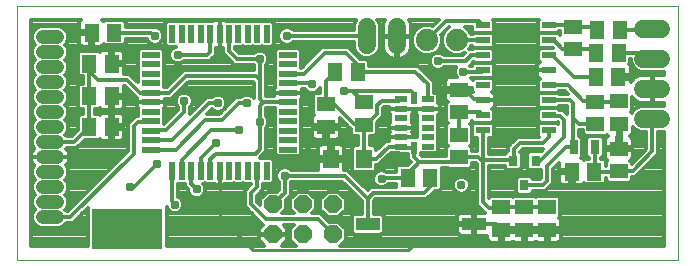
<source format=gtl>
G75*
%MOIN*%
%OFA0B0*%
%FSLAX25Y25*%
%IPPOS*%
%LPD*%
%AMOC8*
5,1,8,0,0,1.08239X$1,22.5*
%
%ADD10C,0.00000*%
%ADD11R,0.23622X0.13780*%
%ADD12R,0.05118X0.05906*%
%ADD13R,0.05906X0.05118*%
%ADD14R,0.05512X0.06299*%
%ADD15R,0.01969X0.05906*%
%ADD16R,0.05906X0.01969*%
%ADD17OC8,0.06000*%
%ADD18R,0.04424X0.01969*%
%ADD19R,0.01969X0.04424*%
%ADD20C,0.04756*%
%ADD21C,0.06000*%
%ADD22R,0.07900X0.04300*%
%ADD23R,0.04724X0.02362*%
%ADD24R,0.03150X0.03543*%
%ADD25C,0.07400*%
%ADD26R,0.03150X0.04724*%
%ADD27C,0.01400*%
%ADD28C,0.02800*%
%ADD29C,0.03100*%
%ADD30C,0.01000*%
%ADD31C,0.02900*%
%ADD32C,0.01200*%
D10*
X0014912Y0006772D02*
X0014912Y0091418D01*
X0235384Y0091418D01*
X0235384Y0006772D01*
X0014912Y0006772D01*
D11*
X0051828Y0016882D03*
D12*
X0046602Y0050968D03*
X0039122Y0050968D03*
X0039114Y0061187D03*
X0046594Y0061187D03*
X0046594Y0072111D03*
X0039114Y0072111D03*
X0039915Y0082430D03*
X0047396Y0082430D03*
X0121104Y0069306D03*
X0128585Y0069306D03*
X0199990Y0036143D03*
X0207470Y0036143D03*
X0152741Y0034040D03*
X0145261Y0034040D03*
X0208002Y0067628D03*
X0215482Y0067628D03*
X0215575Y0075761D03*
X0208094Y0075761D03*
X0208440Y0083422D03*
X0215920Y0083422D03*
D13*
X0200280Y0084362D03*
X0200280Y0076882D03*
X0162480Y0063362D03*
X0162480Y0055882D03*
X0162325Y0048430D03*
X0162325Y0040949D03*
X0130649Y0051715D03*
X0118039Y0051052D03*
X0118039Y0058533D03*
X0130649Y0059196D03*
X0207849Y0059468D03*
X0215812Y0059556D03*
X0215812Y0052075D03*
X0207849Y0051988D03*
X0215680Y0043762D03*
X0215680Y0036282D03*
X0191880Y0024162D03*
X0184180Y0024162D03*
X0176480Y0024162D03*
X0176480Y0016682D03*
X0184180Y0016682D03*
X0191880Y0016682D03*
D14*
X0130793Y0040399D03*
X0119770Y0040399D03*
D15*
X0098330Y0036393D03*
X0095180Y0036393D03*
X0092031Y0036393D03*
X0088881Y0036393D03*
X0085732Y0036393D03*
X0082582Y0036393D03*
X0079432Y0036393D03*
X0076283Y0036393D03*
X0073133Y0036393D03*
X0069984Y0036393D03*
X0066834Y0036393D03*
X0066834Y0082062D03*
X0069984Y0082062D03*
X0073133Y0082062D03*
X0076283Y0082062D03*
X0079432Y0082062D03*
X0082582Y0082062D03*
X0085732Y0082062D03*
X0088881Y0082062D03*
X0092031Y0082062D03*
X0095180Y0082062D03*
X0098330Y0082062D03*
D16*
X0105417Y0074976D03*
X0105417Y0071826D03*
X0105417Y0068677D03*
X0105417Y0065527D03*
X0105417Y0062377D03*
X0105417Y0059228D03*
X0105417Y0056078D03*
X0105417Y0052929D03*
X0105417Y0049779D03*
X0105417Y0046629D03*
X0105417Y0043480D03*
X0059747Y0043480D03*
X0059747Y0046629D03*
X0059747Y0049779D03*
X0059747Y0052929D03*
X0059747Y0056078D03*
X0059747Y0059228D03*
X0059747Y0062377D03*
X0059747Y0065527D03*
X0059747Y0068677D03*
X0059747Y0071826D03*
X0059747Y0074976D03*
D17*
X0100406Y0025167D03*
X0110406Y0025167D03*
X0120406Y0025167D03*
X0120406Y0015167D03*
X0110406Y0015167D03*
X0100406Y0015167D03*
D18*
X0143060Y0044447D03*
X0143060Y0047596D03*
X0143060Y0050746D03*
X0143060Y0053895D03*
X0143060Y0057045D03*
X0143060Y0060195D03*
X0152021Y0060195D03*
X0152021Y0057045D03*
X0152021Y0053895D03*
X0152021Y0050746D03*
X0152021Y0047596D03*
X0151991Y0044447D03*
D19*
X0147540Y0044053D03*
X0147540Y0060588D03*
D20*
X0028471Y0060957D02*
X0023715Y0060957D01*
X0023715Y0055957D02*
X0028471Y0055957D01*
X0028471Y0050957D02*
X0023715Y0050957D01*
X0023715Y0045957D02*
X0028471Y0045957D01*
X0028471Y0040957D02*
X0023715Y0040957D01*
X0023715Y0035957D02*
X0028471Y0035957D01*
X0028471Y0030957D02*
X0023715Y0030957D01*
X0023715Y0025957D02*
X0028471Y0025957D01*
X0028471Y0020957D02*
X0023715Y0020957D01*
X0023715Y0065957D02*
X0028471Y0065957D01*
X0028471Y0070957D02*
X0023715Y0070957D01*
X0023715Y0075957D02*
X0028471Y0075957D01*
X0028471Y0080957D02*
X0023715Y0080957D01*
D21*
X0131679Y0078177D02*
X0131679Y0084177D01*
X0141679Y0084177D02*
X0141679Y0078177D01*
X0223880Y0073722D02*
X0229880Y0073722D01*
X0229880Y0083722D02*
X0223880Y0083722D01*
X0223880Y0063722D02*
X0229880Y0063722D01*
X0229880Y0053722D02*
X0223880Y0053722D01*
D22*
X0167388Y0018551D03*
X0131988Y0018551D03*
D23*
X0170356Y0049822D03*
X0170356Y0054822D03*
X0170356Y0059822D03*
X0170356Y0064822D03*
X0170356Y0069822D03*
X0170356Y0074822D03*
X0170356Y0079822D03*
X0170356Y0084822D03*
X0192404Y0084822D03*
X0192404Y0079822D03*
X0192404Y0074822D03*
X0192404Y0069822D03*
X0192404Y0064822D03*
X0192404Y0059822D03*
X0192404Y0054822D03*
X0192404Y0049822D03*
D24*
X0187920Y0039759D03*
X0180440Y0039759D03*
X0184180Y0031491D03*
D25*
X0161780Y0079922D03*
X0151780Y0079922D03*
D26*
X0200656Y0044178D03*
X0207743Y0044178D03*
D27*
X0207743Y0036416D01*
X0207470Y0036143D01*
X0215542Y0036143D01*
X0215680Y0036282D01*
X0220340Y0036282D01*
X0226880Y0042822D01*
X0226880Y0053722D01*
X0221444Y0057367D02*
X0220235Y0056158D01*
X0220062Y0055741D01*
X0219808Y0055995D01*
X0219677Y0056071D01*
X0220064Y0056458D01*
X0220064Y0060978D01*
X0220295Y0060660D01*
X0220818Y0060137D01*
X0221417Y0059702D01*
X0222076Y0059366D01*
X0222779Y0059137D01*
X0223510Y0059022D01*
X0226580Y0059022D01*
X0226580Y0063422D01*
X0227180Y0063422D01*
X0227180Y0059022D01*
X0230250Y0059022D01*
X0230684Y0059091D01*
X0230684Y0058022D01*
X0223025Y0058022D01*
X0221444Y0057367D01*
X0221196Y0057119D02*
X0220064Y0057119D01*
X0220064Y0058517D02*
X0230684Y0058517D01*
X0227180Y0059916D02*
X0226580Y0059916D01*
X0226580Y0061314D02*
X0227180Y0061314D01*
X0227180Y0062713D02*
X0226580Y0062713D01*
X0226580Y0064022D02*
X0226580Y0068422D01*
X0223510Y0068422D01*
X0222779Y0068306D01*
X0222076Y0068077D01*
X0221417Y0067742D01*
X0220818Y0067307D01*
X0220295Y0066784D01*
X0219860Y0066185D01*
X0219741Y0065952D01*
X0219741Y0067049D01*
X0216062Y0067049D01*
X0216062Y0068208D01*
X0219741Y0068208D01*
X0219741Y0070805D01*
X0219626Y0071237D01*
X0219402Y0071625D01*
X0219095Y0071931D01*
X0219434Y0072270D01*
X0219434Y0073761D01*
X0219580Y0073761D01*
X0219580Y0072866D01*
X0220235Y0071286D01*
X0221444Y0070076D01*
X0223025Y0069422D01*
X0230684Y0069422D01*
X0230684Y0068353D01*
X0230250Y0068422D01*
X0227180Y0068422D01*
X0227180Y0064022D01*
X0226580Y0064022D01*
X0226580Y0064111D02*
X0227180Y0064111D01*
X0227180Y0065510D02*
X0226580Y0065510D01*
X0226580Y0066908D02*
X0227180Y0066908D01*
X0227180Y0068307D02*
X0226580Y0068307D01*
X0222783Y0068307D02*
X0219741Y0068307D01*
X0219741Y0069705D02*
X0222340Y0069705D01*
X0220417Y0071104D02*
X0219661Y0071104D01*
X0219731Y0072502D02*
X0219434Y0072502D01*
X0215575Y0075761D02*
X0224841Y0075761D01*
X0226880Y0073722D01*
X0220420Y0066908D02*
X0219741Y0066908D01*
X0208002Y0067628D02*
X0200674Y0067628D01*
X0193480Y0074822D01*
X0192404Y0074822D01*
X0188741Y0075299D02*
X0174019Y0075299D01*
X0174019Y0076541D02*
X0173257Y0077303D01*
X0167456Y0077303D01*
X0166975Y0076822D01*
X0165751Y0076822D01*
X0166019Y0077089D01*
X0166364Y0077922D01*
X0166875Y0077922D01*
X0167456Y0077341D01*
X0173257Y0077341D01*
X0174019Y0078102D01*
X0174019Y0081541D01*
X0173257Y0082303D01*
X0167456Y0082303D01*
X0167075Y0081922D01*
X0166364Y0081922D01*
X0166019Y0082754D01*
X0164612Y0084161D01*
X0164464Y0084222D01*
X0166694Y0084222D01*
X0166694Y0083102D01*
X0167456Y0082341D01*
X0173257Y0082341D01*
X0174019Y0083102D01*
X0174019Y0086541D01*
X0173842Y0086718D01*
X0188918Y0086718D01*
X0188741Y0086541D01*
X0188741Y0083102D01*
X0189503Y0082341D01*
X0195304Y0082341D01*
X0195785Y0082822D01*
X0196027Y0082822D01*
X0196027Y0081580D01*
X0195304Y0082303D01*
X0189503Y0082303D01*
X0188741Y0081541D01*
X0188741Y0078102D01*
X0189503Y0077341D01*
X0193733Y0077341D01*
X0193771Y0077303D01*
X0189503Y0077303D01*
X0188741Y0076541D01*
X0188741Y0073102D01*
X0189304Y0072540D01*
X0188998Y0072363D01*
X0188681Y0072047D01*
X0188457Y0071659D01*
X0188341Y0071227D01*
X0188341Y0069822D01*
X0192404Y0069822D01*
X0192404Y0069822D01*
X0188341Y0069822D01*
X0188341Y0068417D01*
X0188457Y0067984D01*
X0188681Y0067597D01*
X0188998Y0067280D01*
X0189304Y0067104D01*
X0188741Y0066541D01*
X0188741Y0063102D01*
X0189503Y0062341D01*
X0195304Y0062341D01*
X0195785Y0062822D01*
X0197752Y0062822D01*
X0198752Y0061822D01*
X0195785Y0061822D01*
X0195304Y0062303D01*
X0189503Y0062303D01*
X0188741Y0061541D01*
X0188741Y0058102D01*
X0189503Y0057341D01*
X0195304Y0057341D01*
X0195785Y0057822D01*
X0198280Y0057822D01*
X0198280Y0055350D01*
X0198080Y0055550D01*
X0196908Y0056722D01*
X0195885Y0056722D01*
X0195304Y0057303D01*
X0189503Y0057303D01*
X0188741Y0056541D01*
X0188741Y0053102D01*
X0189503Y0052341D01*
X0195304Y0052341D01*
X0195469Y0052505D01*
X0195480Y0052493D01*
X0195480Y0052127D01*
X0195304Y0052303D01*
X0189503Y0052303D01*
X0188741Y0051541D01*
X0188741Y0048102D01*
X0189222Y0047622D01*
X0181952Y0047622D01*
X0179852Y0045522D01*
X0178680Y0044350D01*
X0178680Y0042830D01*
X0178327Y0042830D01*
X0177565Y0042069D01*
X0177565Y0042022D01*
X0172356Y0042022D01*
X0172356Y0047341D01*
X0173257Y0047341D01*
X0174019Y0048102D01*
X0174019Y0051541D01*
X0173257Y0052303D01*
X0167456Y0052303D01*
X0166694Y0051541D01*
X0166694Y0048102D01*
X0167456Y0047341D01*
X0168356Y0047341D01*
X0168356Y0042949D01*
X0166577Y0042949D01*
X0166577Y0044047D01*
X0165935Y0044689D01*
X0166577Y0045332D01*
X0166577Y0051527D01*
X0166026Y0052078D01*
X0166733Y0052784D01*
X0166733Y0053064D01*
X0167456Y0052341D01*
X0173257Y0052341D01*
X0174019Y0053102D01*
X0174019Y0056541D01*
X0173456Y0057104D01*
X0173762Y0057280D01*
X0174079Y0057597D01*
X0174303Y0057984D01*
X0174419Y0058417D01*
X0174419Y0059822D01*
X0174419Y0061227D01*
X0174303Y0061659D01*
X0174079Y0062047D01*
X0173762Y0062363D01*
X0173456Y0062540D01*
X0174019Y0063102D01*
X0174019Y0066541D01*
X0173257Y0067303D01*
X0167456Y0067303D01*
X0166912Y0066759D01*
X0166793Y0066965D01*
X0166477Y0067281D01*
X0166233Y0067422D01*
X0167375Y0067422D01*
X0167456Y0067341D01*
X0173257Y0067341D01*
X0174019Y0068102D01*
X0174019Y0071541D01*
X0173257Y0072303D01*
X0167456Y0072303D01*
X0166694Y0071541D01*
X0166694Y0071422D01*
X0165911Y0071422D01*
X0165909Y0071423D01*
X0166580Y0072093D01*
X0167142Y0072655D01*
X0167456Y0072341D01*
X0173257Y0072341D01*
X0174019Y0073102D01*
X0174019Y0076541D01*
X0173862Y0076698D02*
X0188898Y0076698D01*
X0188747Y0078096D02*
X0174013Y0078096D01*
X0174019Y0079495D02*
X0188741Y0079495D01*
X0188741Y0080893D02*
X0174019Y0080893D01*
X0170356Y0079822D02*
X0170256Y0079922D01*
X0161780Y0079922D01*
X0157124Y0078096D02*
X0156436Y0078096D01*
X0156780Y0078927D02*
X0156019Y0077089D01*
X0154612Y0075683D01*
X0152775Y0074922D01*
X0150785Y0074922D01*
X0148948Y0075683D01*
X0147541Y0077089D01*
X0146780Y0078927D01*
X0146780Y0080916D01*
X0147541Y0082754D01*
X0148948Y0084161D01*
X0150785Y0084922D01*
X0152775Y0084922D01*
X0153607Y0084577D01*
X0155748Y0086718D01*
X0145643Y0086718D01*
X0145699Y0086640D01*
X0146035Y0085981D01*
X0146263Y0085277D01*
X0146379Y0084547D01*
X0146379Y0081477D01*
X0141979Y0081477D01*
X0141979Y0080877D01*
X0141979Y0073477D01*
X0142049Y0073477D01*
X0142780Y0073593D01*
X0143483Y0073821D01*
X0144143Y0074157D01*
X0144741Y0074592D01*
X0145264Y0075115D01*
X0145699Y0075714D01*
X0146035Y0076373D01*
X0146263Y0077076D01*
X0146379Y0077807D01*
X0146379Y0080877D01*
X0141979Y0080877D01*
X0141379Y0080877D01*
X0136979Y0080877D01*
X0136979Y0077807D01*
X0137095Y0077076D01*
X0137324Y0076373D01*
X0137659Y0075714D01*
X0138094Y0075115D01*
X0138617Y0074592D01*
X0139216Y0074157D01*
X0139875Y0073821D01*
X0140579Y0073593D01*
X0141309Y0073477D01*
X0141379Y0073477D01*
X0141379Y0080877D01*
X0141379Y0081477D01*
X0136979Y0081477D01*
X0136979Y0084547D01*
X0137095Y0085277D01*
X0137324Y0085981D01*
X0137659Y0086640D01*
X0137716Y0086718D01*
X0135219Y0086718D01*
X0135325Y0086613D01*
X0135979Y0085032D01*
X0135979Y0077322D01*
X0135325Y0075741D01*
X0134115Y0074532D01*
X0132535Y0073877D01*
X0130824Y0073877D01*
X0129243Y0074532D01*
X0128034Y0075741D01*
X0127379Y0077322D01*
X0127379Y0079177D01*
X0106966Y0079177D01*
X0106694Y0078906D01*
X0105647Y0078472D01*
X0104513Y0078472D01*
X0103466Y0078906D01*
X0102664Y0079707D01*
X0102230Y0080755D01*
X0102230Y0081889D01*
X0102664Y0082936D01*
X0103466Y0083738D01*
X0104513Y0084172D01*
X0105647Y0084172D01*
X0106694Y0083738D01*
X0107255Y0083177D01*
X0127379Y0083177D01*
X0127379Y0085032D01*
X0128034Y0086613D01*
X0128139Y0086718D01*
X0043544Y0086718D01*
X0043835Y0086427D01*
X0043911Y0086295D01*
X0044298Y0086683D01*
X0050493Y0086683D01*
X0051255Y0085921D01*
X0051255Y0084430D01*
X0060700Y0084430D01*
X0060958Y0084172D01*
X0061547Y0084172D01*
X0062594Y0083738D01*
X0063396Y0082936D01*
X0063830Y0081889D01*
X0063830Y0080755D01*
X0063396Y0079707D01*
X0062594Y0078906D01*
X0061547Y0078472D01*
X0060413Y0078472D01*
X0059366Y0078906D01*
X0058564Y0079707D01*
X0058265Y0080430D01*
X0051255Y0080430D01*
X0051255Y0078939D01*
X0050493Y0078177D01*
X0044298Y0078177D01*
X0043911Y0078565D01*
X0043835Y0078433D01*
X0043518Y0078117D01*
X0043131Y0077893D01*
X0042698Y0077777D01*
X0040495Y0077777D01*
X0040495Y0081850D01*
X0039336Y0081850D01*
X0039336Y0077777D01*
X0037133Y0077777D01*
X0036700Y0077893D01*
X0036313Y0078117D01*
X0035996Y0078433D01*
X0035772Y0078821D01*
X0035656Y0079253D01*
X0035656Y0081851D01*
X0039336Y0081851D01*
X0039336Y0083010D01*
X0035656Y0083010D01*
X0035656Y0085607D01*
X0035772Y0086039D01*
X0035996Y0086427D01*
X0036287Y0086718D01*
X0019612Y0086718D01*
X0019612Y0011472D01*
X0038717Y0011472D01*
X0038717Y0024030D01*
X0033644Y0018957D01*
X0031623Y0018957D01*
X0031589Y0018874D01*
X0030554Y0017839D01*
X0029202Y0017279D01*
X0022983Y0017279D01*
X0021631Y0017839D01*
X0020597Y0018874D01*
X0020037Y0020226D01*
X0020037Y0021689D01*
X0020597Y0023041D01*
X0021013Y0023457D01*
X0020597Y0023874D01*
X0020037Y0025226D01*
X0020037Y0026689D01*
X0020597Y0028041D01*
X0021013Y0028457D01*
X0020597Y0028874D01*
X0020037Y0030226D01*
X0020037Y0031689D01*
X0020597Y0033041D01*
X0021013Y0033457D01*
X0020597Y0033874D01*
X0020037Y0035226D01*
X0020037Y0036689D01*
X0020597Y0038041D01*
X0020730Y0038174D01*
X0020604Y0038301D01*
X0020227Y0038820D01*
X0019935Y0039392D01*
X0019737Y0040002D01*
X0019637Y0040636D01*
X0019637Y0040957D01*
X0026092Y0040957D01*
X0026092Y0040957D01*
X0019637Y0040957D01*
X0019637Y0041278D01*
X0019737Y0041912D01*
X0019935Y0042523D01*
X0020227Y0043095D01*
X0020604Y0043614D01*
X0020730Y0043740D01*
X0020597Y0043874D01*
X0020037Y0045226D01*
X0020037Y0046689D01*
X0020597Y0048041D01*
X0021013Y0048457D01*
X0020597Y0048874D01*
X0020037Y0050226D01*
X0020037Y0051689D01*
X0020597Y0053041D01*
X0021013Y0053457D01*
X0020597Y0053874D01*
X0020037Y0055226D01*
X0020037Y0056689D01*
X0020597Y0058041D01*
X0021013Y0058457D01*
X0020597Y0058874D01*
X0020037Y0060226D01*
X0020037Y0061689D01*
X0020597Y0063041D01*
X0021013Y0063457D01*
X0020597Y0063874D01*
X0020037Y0065226D01*
X0020037Y0066689D01*
X0020597Y0068041D01*
X0021013Y0068457D01*
X0020597Y0068874D01*
X0020037Y0070226D01*
X0020037Y0071689D01*
X0020597Y0073041D01*
X0021013Y0073457D01*
X0020597Y0073874D01*
X0020037Y0075226D01*
X0020037Y0076689D01*
X0020597Y0078041D01*
X0021013Y0078457D01*
X0020597Y0078874D01*
X0020037Y0080226D01*
X0020037Y0081689D01*
X0020597Y0083041D01*
X0021631Y0084075D01*
X0022983Y0084635D01*
X0029202Y0084635D01*
X0030554Y0084075D01*
X0031589Y0083041D01*
X0032149Y0081689D01*
X0032149Y0080226D01*
X0031589Y0078874D01*
X0031172Y0078457D01*
X0031589Y0078041D01*
X0032149Y0076689D01*
X0032149Y0075226D01*
X0031589Y0073874D01*
X0031172Y0073457D01*
X0031589Y0073041D01*
X0032149Y0071689D01*
X0032149Y0070226D01*
X0031589Y0068874D01*
X0031172Y0068457D01*
X0031589Y0068041D01*
X0032149Y0066689D01*
X0032149Y0065226D01*
X0031589Y0063874D01*
X0031172Y0063457D01*
X0031589Y0063041D01*
X0032149Y0061689D01*
X0032149Y0060226D01*
X0031589Y0058874D01*
X0031172Y0058457D01*
X0031589Y0058041D01*
X0032149Y0056689D01*
X0032149Y0055226D01*
X0031589Y0053874D01*
X0031172Y0053457D01*
X0031589Y0053041D01*
X0032149Y0051689D01*
X0032149Y0050226D01*
X0031589Y0048874D01*
X0031172Y0048457D01*
X0031589Y0048041D01*
X0031623Y0047957D01*
X0033283Y0047957D01*
X0035263Y0049937D01*
X0035263Y0054459D01*
X0036024Y0055221D01*
X0037122Y0055221D01*
X0037122Y0056934D01*
X0036016Y0056934D01*
X0035255Y0057696D01*
X0035255Y0064678D01*
X0036016Y0065440D01*
X0037114Y0065440D01*
X0037114Y0067859D01*
X0036016Y0067859D01*
X0035255Y0068620D01*
X0035255Y0075602D01*
X0036016Y0076364D01*
X0042211Y0076364D01*
X0042599Y0075976D01*
X0042675Y0076108D01*
X0042991Y0076424D01*
X0043379Y0076648D01*
X0043811Y0076764D01*
X0046014Y0076764D01*
X0046014Y0072691D01*
X0047173Y0072691D01*
X0047173Y0076764D01*
X0049377Y0076764D01*
X0049809Y0076648D01*
X0050197Y0076424D01*
X0050513Y0076108D01*
X0050737Y0075720D01*
X0050853Y0075288D01*
X0050853Y0072691D01*
X0047174Y0072691D01*
X0047174Y0071532D01*
X0050853Y0071532D01*
X0050853Y0068935D01*
X0050769Y0068622D01*
X0052708Y0068622D01*
X0053880Y0067450D01*
X0055495Y0065836D01*
X0055495Y0067050D01*
X0055547Y0067102D01*
X0055495Y0067154D01*
X0055495Y0070199D01*
X0055547Y0070251D01*
X0055495Y0070303D01*
X0055495Y0073349D01*
X0055547Y0073401D01*
X0055495Y0073453D01*
X0055495Y0076499D01*
X0056256Y0077260D01*
X0063239Y0077260D01*
X0064000Y0076499D01*
X0064000Y0073453D01*
X0063948Y0073401D01*
X0064000Y0073349D01*
X0064000Y0070303D01*
X0063948Y0070251D01*
X0064000Y0070199D01*
X0064000Y0067154D01*
X0063948Y0067102D01*
X0064000Y0067050D01*
X0064000Y0064422D01*
X0065052Y0064422D01*
X0070607Y0069977D01*
X0093980Y0069977D01*
X0093980Y0071591D01*
X0093950Y0071622D01*
X0087452Y0071622D01*
X0084903Y0074170D01*
X0083732Y0075342D01*
X0083732Y0077410D01*
X0082582Y0077410D01*
X0082582Y0082062D01*
X0082582Y0082062D01*
X0082582Y0077410D01*
X0081432Y0077410D01*
X0081432Y0075146D01*
X0080261Y0073974D01*
X0079308Y0073022D01*
X0070711Y0073022D01*
X0070294Y0072606D01*
X0069247Y0072172D01*
X0068113Y0072172D01*
X0067066Y0072606D01*
X0066264Y0073407D01*
X0065830Y0074455D01*
X0065830Y0075589D01*
X0066264Y0076636D01*
X0067066Y0077438D01*
X0067963Y0077810D01*
X0065311Y0077810D01*
X0064550Y0078571D01*
X0064550Y0085554D01*
X0065311Y0086315D01*
X0068357Y0086315D01*
X0068409Y0086263D01*
X0068461Y0086315D01*
X0071506Y0086315D01*
X0071558Y0086263D01*
X0071610Y0086315D01*
X0074656Y0086315D01*
X0074708Y0086263D01*
X0074760Y0086315D01*
X0077806Y0086315D01*
X0077858Y0086263D01*
X0077910Y0086315D01*
X0080494Y0086315D01*
X0080554Y0086376D01*
X0080942Y0086599D01*
X0081374Y0086715D01*
X0082582Y0086715D01*
X0082582Y0082063D01*
X0082582Y0082063D01*
X0082582Y0086715D01*
X0083790Y0086715D01*
X0084222Y0086599D01*
X0084610Y0086376D01*
X0084670Y0086315D01*
X0087254Y0086315D01*
X0087306Y0086263D01*
X0087358Y0086315D01*
X0090404Y0086315D01*
X0090456Y0086263D01*
X0090508Y0086315D01*
X0093554Y0086315D01*
X0093606Y0086263D01*
X0093658Y0086315D01*
X0096703Y0086315D01*
X0096755Y0086263D01*
X0096807Y0086315D01*
X0099853Y0086315D01*
X0100614Y0085554D01*
X0100614Y0078571D01*
X0099853Y0077810D01*
X0096807Y0077810D01*
X0096755Y0077862D01*
X0096703Y0077810D01*
X0093658Y0077810D01*
X0093606Y0077862D01*
X0093554Y0077810D01*
X0090508Y0077810D01*
X0090456Y0077862D01*
X0090404Y0077810D01*
X0087732Y0077810D01*
X0087732Y0076999D01*
X0089108Y0075622D01*
X0093950Y0075622D01*
X0094366Y0076038D01*
X0095413Y0076472D01*
X0096547Y0076472D01*
X0097594Y0076038D01*
X0098396Y0075236D01*
X0098830Y0074189D01*
X0098830Y0073055D01*
X0098396Y0072007D01*
X0097980Y0071591D01*
X0097980Y0061228D01*
X0100764Y0061228D01*
X0100764Y0062377D01*
X0105417Y0062377D01*
X0105417Y0062377D01*
X0110069Y0062377D01*
X0110069Y0061169D01*
X0109954Y0060737D01*
X0109730Y0060349D01*
X0109669Y0060289D01*
X0109669Y0057705D01*
X0109617Y0057653D01*
X0109669Y0057601D01*
X0109669Y0054555D01*
X0109617Y0054503D01*
X0109669Y0054451D01*
X0109669Y0051406D01*
X0109617Y0051354D01*
X0109669Y0051302D01*
X0109669Y0048256D01*
X0109617Y0048204D01*
X0109669Y0048152D01*
X0109669Y0045107D01*
X0109617Y0045055D01*
X0109669Y0045002D01*
X0109669Y0041957D01*
X0108908Y0041195D01*
X0101925Y0041195D01*
X0101164Y0041957D01*
X0101164Y0045002D01*
X0101216Y0045055D01*
X0101164Y0045107D01*
X0101164Y0048152D01*
X0101216Y0048204D01*
X0101164Y0048256D01*
X0101164Y0051302D01*
X0101216Y0051354D01*
X0101164Y0051406D01*
X0101164Y0054451D01*
X0101216Y0054503D01*
X0101164Y0054555D01*
X0101164Y0057228D01*
X0097980Y0057228D01*
X0097980Y0054652D01*
X0098396Y0054236D01*
X0098830Y0053189D01*
X0098830Y0052055D01*
X0098396Y0051007D01*
X0097980Y0050591D01*
X0097980Y0042693D01*
X0096808Y0041522D01*
X0096808Y0041522D01*
X0095933Y0040646D01*
X0096703Y0040646D01*
X0096755Y0040594D01*
X0096807Y0040646D01*
X0099853Y0040646D01*
X0100614Y0039884D01*
X0100614Y0032902D01*
X0099853Y0032140D01*
X0097180Y0032140D01*
X0097180Y0030194D01*
X0096009Y0029022D01*
X0096009Y0029022D01*
X0094980Y0027993D01*
X0094980Y0026150D01*
X0096106Y0025024D01*
X0096106Y0026948D01*
X0098625Y0029467D01*
X0101878Y0029467D01*
X0102380Y0029969D01*
X0102380Y0032691D01*
X0101964Y0033107D01*
X0101530Y0034155D01*
X0101530Y0035289D01*
X0101964Y0036336D01*
X0102766Y0037138D01*
X0103813Y0037572D01*
X0104947Y0037572D01*
X0105994Y0037138D01*
X0106411Y0036722D01*
X0115395Y0036722D01*
X0115314Y0037026D01*
X0115314Y0039721D01*
X0119092Y0039721D01*
X0119092Y0041077D01*
X0119092Y0045249D01*
X0116790Y0045249D01*
X0116358Y0045133D01*
X0115970Y0044909D01*
X0115654Y0044592D01*
X0115430Y0044205D01*
X0115314Y0043772D01*
X0115314Y0041077D01*
X0119092Y0041077D01*
X0120448Y0041077D01*
X0124226Y0041077D01*
X0124226Y0043772D01*
X0124110Y0044205D01*
X0123886Y0044592D01*
X0123570Y0044909D01*
X0123182Y0045133D01*
X0122749Y0045249D01*
X0120448Y0045249D01*
X0120448Y0041077D01*
X0120448Y0039721D01*
X0124226Y0039721D01*
X0124226Y0037026D01*
X0124144Y0036722D01*
X0125208Y0036722D01*
X0131988Y0029942D01*
X0132868Y0030822D01*
X0141402Y0030822D01*
X0141402Y0032040D01*
X0138929Y0032040D01*
X0138194Y0031306D01*
X0137147Y0030872D01*
X0136013Y0030872D01*
X0134966Y0031306D01*
X0134164Y0032107D01*
X0133730Y0033155D01*
X0133730Y0034289D01*
X0134164Y0035336D01*
X0134966Y0036138D01*
X0136013Y0036572D01*
X0137147Y0036572D01*
X0138194Y0036138D01*
X0138292Y0036040D01*
X0141402Y0036040D01*
X0141402Y0037532D01*
X0142163Y0038293D01*
X0145323Y0038293D01*
X0146352Y0039322D01*
X0145540Y0040133D01*
X0145540Y0041018D01*
X0145256Y0041302D01*
X0145256Y0042053D01*
X0142625Y0042053D01*
X0142516Y0042162D01*
X0140309Y0042162D01*
X0140025Y0042447D01*
X0139733Y0042447D01*
X0136857Y0039571D01*
X0135686Y0038399D01*
X0134849Y0038399D01*
X0134849Y0036711D01*
X0134088Y0035949D01*
X0127499Y0035949D01*
X0126737Y0036711D01*
X0126737Y0044087D01*
X0127499Y0044849D01*
X0128793Y0044849D01*
X0128793Y0047856D01*
X0127158Y0047856D01*
X0126397Y0048618D01*
X0126397Y0050177D01*
X0125480Y0051093D01*
X0122675Y0053898D01*
X0122692Y0053835D01*
X0122692Y0051632D01*
X0118619Y0051632D01*
X0118619Y0050473D01*
X0122692Y0050473D01*
X0122692Y0048270D01*
X0122576Y0047837D01*
X0122352Y0047450D01*
X0122036Y0047133D01*
X0121648Y0046909D01*
X0121216Y0046793D01*
X0118619Y0046793D01*
X0118619Y0050473D01*
X0117460Y0050473D01*
X0117460Y0046793D01*
X0114862Y0046793D01*
X0114430Y0046909D01*
X0114042Y0047133D01*
X0113726Y0047450D01*
X0113502Y0047837D01*
X0113386Y0048270D01*
X0113386Y0050473D01*
X0117459Y0050473D01*
X0117459Y0051632D01*
X0113386Y0051632D01*
X0113386Y0053835D01*
X0113502Y0054268D01*
X0113726Y0054655D01*
X0114042Y0054972D01*
X0114174Y0055048D01*
X0113786Y0055435D01*
X0113786Y0061630D01*
X0114548Y0062392D01*
X0116039Y0062392D01*
X0116039Y0063953D01*
X0115896Y0063607D01*
X0115094Y0062806D01*
X0114047Y0062372D01*
X0112913Y0062372D01*
X0111866Y0062806D01*
X0111144Y0063527D01*
X0110069Y0063527D01*
X0110069Y0062377D01*
X0105417Y0062377D01*
X0109324Y0062377D01*
X0112780Y0058922D01*
X0112780Y0052622D01*
X0114180Y0051222D01*
X0117870Y0051222D01*
X0118039Y0051052D01*
X0117459Y0051525D02*
X0109669Y0051525D01*
X0109669Y0052923D02*
X0113386Y0052923D01*
X0113533Y0054322D02*
X0109669Y0054322D01*
X0109669Y0055720D02*
X0113786Y0055720D01*
X0113786Y0057119D02*
X0109669Y0057119D01*
X0109669Y0058517D02*
X0113786Y0058517D01*
X0113786Y0059916D02*
X0109669Y0059916D01*
X0110069Y0061314D02*
X0113786Y0061314D01*
X0114870Y0062713D02*
X0116039Y0062713D01*
X0113480Y0065222D02*
X0113175Y0065527D01*
X0105417Y0065527D01*
X0101164Y0065510D02*
X0097980Y0065510D01*
X0097980Y0064111D02*
X0100934Y0064111D01*
X0100880Y0064018D02*
X0100764Y0063585D01*
X0100764Y0062377D01*
X0105417Y0062377D01*
X0105417Y0062377D01*
X0105417Y0059228D02*
X0097074Y0059228D01*
X0095980Y0058134D01*
X0095980Y0052622D01*
X0095980Y0043522D01*
X0094580Y0042122D01*
X0081280Y0042122D01*
X0079432Y0040274D01*
X0079432Y0036393D01*
X0076380Y0036490D02*
X0076283Y0036393D01*
X0076283Y0040625D01*
X0081280Y0045622D01*
X0079880Y0049822D02*
X0088980Y0049822D01*
X0083380Y0053322D02*
X0088980Y0058922D01*
X0091780Y0058922D01*
X0087145Y0059916D02*
X0084653Y0059916D01*
X0084830Y0059489D02*
X0084396Y0060536D01*
X0083594Y0061338D01*
X0082547Y0061772D01*
X0081413Y0061772D01*
X0080366Y0061338D01*
X0079950Y0060922D01*
X0078352Y0060922D01*
X0072780Y0055350D01*
X0072780Y0056650D01*
X0072780Y0057591D01*
X0073196Y0058007D01*
X0073630Y0059055D01*
X0073630Y0060189D01*
X0073196Y0061236D01*
X0072394Y0062038D01*
X0071347Y0062472D01*
X0070213Y0062472D01*
X0069166Y0062038D01*
X0068364Y0061236D01*
X0067930Y0060189D01*
X0067930Y0059055D01*
X0068364Y0058007D01*
X0068780Y0057591D01*
X0068780Y0056650D01*
X0064000Y0051870D01*
X0064000Y0054451D01*
X0063948Y0054503D01*
X0064000Y0054555D01*
X0064000Y0057139D01*
X0064060Y0057200D01*
X0064284Y0057587D01*
X0064400Y0058020D01*
X0064400Y0059228D01*
X0064400Y0060422D01*
X0066708Y0060422D01*
X0067880Y0061593D01*
X0072264Y0065977D01*
X0093796Y0065977D01*
X0093980Y0065793D01*
X0093980Y0063250D01*
X0093936Y0063206D01*
X0093936Y0061549D01*
X0093980Y0061505D01*
X0093980Y0060752D01*
X0093394Y0061338D01*
X0092347Y0061772D01*
X0091213Y0061772D01*
X0090166Y0061338D01*
X0089750Y0060922D01*
X0088152Y0060922D01*
X0082552Y0055322D01*
X0078408Y0055322D01*
X0079979Y0056892D01*
X0080366Y0056506D01*
X0081413Y0056072D01*
X0082547Y0056072D01*
X0083594Y0056506D01*
X0084396Y0057307D01*
X0084830Y0058355D01*
X0084830Y0059489D01*
X0084830Y0058517D02*
X0085747Y0058517D01*
X0084348Y0057119D02*
X0084207Y0057119D01*
X0081980Y0058922D02*
X0079180Y0058922D01*
X0066888Y0046629D01*
X0059747Y0046629D01*
X0059747Y0043480D02*
X0067938Y0043480D01*
X0077780Y0053322D01*
X0083380Y0053322D01*
X0082950Y0055720D02*
X0078807Y0055720D01*
X0074548Y0057119D02*
X0072780Y0057119D01*
X0073407Y0058517D02*
X0075947Y0058517D01*
X0077345Y0059916D02*
X0073630Y0059916D01*
X0073118Y0061314D02*
X0080342Y0061314D01*
X0083618Y0061314D02*
X0090142Y0061314D01*
X0093418Y0061314D02*
X0093980Y0061314D01*
X0095936Y0062377D02*
X0095980Y0062422D01*
X0095980Y0060322D01*
X0097074Y0059228D01*
X0097980Y0061314D02*
X0100764Y0061314D01*
X0100764Y0062713D02*
X0097980Y0062713D01*
X0095980Y0062422D02*
X0095980Y0066622D01*
X0094624Y0067977D01*
X0071436Y0067977D01*
X0065880Y0062422D01*
X0059792Y0062422D01*
X0059747Y0062377D01*
X0056124Y0062377D01*
X0051880Y0066622D01*
X0042080Y0066622D01*
X0039114Y0069588D01*
X0039114Y0072111D01*
X0039114Y0061187D01*
X0039122Y0061179D01*
X0039122Y0050968D01*
X0034111Y0045957D01*
X0026093Y0045957D01*
X0020324Y0044532D02*
X0019612Y0044532D01*
X0019612Y0045930D02*
X0020037Y0045930D01*
X0020302Y0047329D02*
X0019612Y0047329D01*
X0019612Y0048728D02*
X0020743Y0048728D01*
X0020078Y0050126D02*
X0019612Y0050126D01*
X0019612Y0051525D02*
X0020037Y0051525D01*
X0019612Y0052923D02*
X0020548Y0052923D01*
X0020411Y0054322D02*
X0019612Y0054322D01*
X0019612Y0055720D02*
X0020037Y0055720D01*
X0020215Y0057119D02*
X0019612Y0057119D01*
X0019612Y0058517D02*
X0020953Y0058517D01*
X0020165Y0059916D02*
X0019612Y0059916D01*
X0019612Y0061314D02*
X0020037Y0061314D01*
X0020461Y0062713D02*
X0019612Y0062713D01*
X0019612Y0064111D02*
X0020498Y0064111D01*
X0020037Y0065510D02*
X0019612Y0065510D01*
X0019612Y0066908D02*
X0020128Y0066908D01*
X0019612Y0068307D02*
X0020863Y0068307D01*
X0020252Y0069705D02*
X0019612Y0069705D01*
X0019612Y0071104D02*
X0020037Y0071104D01*
X0020374Y0072502D02*
X0019612Y0072502D01*
X0019612Y0073901D02*
X0020585Y0073901D01*
X0020037Y0075299D02*
X0019612Y0075299D01*
X0019612Y0076698D02*
X0020040Y0076698D01*
X0019612Y0078096D02*
X0020652Y0078096D01*
X0020339Y0079495D02*
X0019612Y0079495D01*
X0019612Y0080893D02*
X0020037Y0080893D01*
X0020286Y0082292D02*
X0019612Y0082292D01*
X0019612Y0083690D02*
X0021246Y0083690D01*
X0019612Y0085089D02*
X0035656Y0085089D01*
X0035656Y0083690D02*
X0030939Y0083690D01*
X0031899Y0082292D02*
X0039336Y0082292D01*
X0039336Y0080893D02*
X0040495Y0080893D01*
X0040495Y0079495D02*
X0039336Y0079495D01*
X0039336Y0078096D02*
X0040495Y0078096D01*
X0043482Y0078096D02*
X0065025Y0078096D01*
X0064550Y0079495D02*
X0063184Y0079495D01*
X0063830Y0080893D02*
X0064550Y0080893D01*
X0060980Y0081322D02*
X0059872Y0082430D01*
X0047396Y0082430D01*
X0051255Y0085089D02*
X0064550Y0085089D01*
X0064550Y0083690D02*
X0062642Y0083690D01*
X0063663Y0082292D02*
X0064550Y0082292D01*
X0058777Y0079495D02*
X0051255Y0079495D01*
X0049624Y0076698D02*
X0055694Y0076698D01*
X0055495Y0075299D02*
X0050850Y0075299D01*
X0050853Y0073901D02*
X0055495Y0073901D01*
X0055495Y0072502D02*
X0047174Y0072502D01*
X0047173Y0073901D02*
X0046014Y0073901D01*
X0046014Y0075299D02*
X0047173Y0075299D01*
X0047173Y0076698D02*
X0046014Y0076698D01*
X0043564Y0076698D02*
X0032145Y0076698D01*
X0031533Y0078096D02*
X0036348Y0078096D01*
X0035656Y0079495D02*
X0031846Y0079495D01*
X0032149Y0080893D02*
X0035656Y0080893D01*
X0035255Y0075299D02*
X0032149Y0075299D01*
X0031600Y0073901D02*
X0035255Y0073901D01*
X0035255Y0072502D02*
X0031812Y0072502D01*
X0032149Y0071104D02*
X0035255Y0071104D01*
X0035255Y0069705D02*
X0031933Y0069705D01*
X0031323Y0068307D02*
X0035568Y0068307D01*
X0037114Y0066908D02*
X0032058Y0066908D01*
X0032149Y0065510D02*
X0037114Y0065510D01*
X0035255Y0064111D02*
X0031687Y0064111D01*
X0031724Y0062713D02*
X0035255Y0062713D01*
X0035255Y0061314D02*
X0032149Y0061314D01*
X0032020Y0059916D02*
X0035255Y0059916D01*
X0035255Y0058517D02*
X0031232Y0058517D01*
X0031970Y0057119D02*
X0035832Y0057119D01*
X0037122Y0055720D02*
X0032149Y0055720D01*
X0031774Y0054322D02*
X0035263Y0054322D01*
X0035263Y0052923D02*
X0031637Y0052923D01*
X0032149Y0051525D02*
X0035263Y0051525D01*
X0035263Y0050126D02*
X0032107Y0050126D01*
X0031442Y0048728D02*
X0034053Y0048728D01*
X0037698Y0046715D02*
X0042219Y0046715D01*
X0042607Y0047103D01*
X0042683Y0046971D01*
X0042999Y0046655D01*
X0043387Y0046431D01*
X0043819Y0046315D01*
X0046023Y0046315D01*
X0046023Y0050388D01*
X0047182Y0050388D01*
X0047182Y0046315D01*
X0049385Y0046315D01*
X0049817Y0046431D01*
X0050205Y0046655D01*
X0050522Y0046971D01*
X0050745Y0047359D01*
X0050861Y0047791D01*
X0050861Y0050389D01*
X0047182Y0050389D01*
X0047182Y0051548D01*
X0046023Y0051548D01*
X0046023Y0055621D01*
X0043819Y0055621D01*
X0043387Y0055505D01*
X0042999Y0055281D01*
X0042683Y0054965D01*
X0042607Y0054833D01*
X0042219Y0055221D01*
X0041122Y0055221D01*
X0041122Y0056934D01*
X0042211Y0056934D01*
X0042599Y0057322D01*
X0042675Y0057191D01*
X0042991Y0056874D01*
X0043379Y0056650D01*
X0043811Y0056534D01*
X0046014Y0056534D01*
X0046014Y0060608D01*
X0047173Y0060608D01*
X0047173Y0056534D01*
X0049377Y0056534D01*
X0049809Y0056650D01*
X0050197Y0056874D01*
X0050513Y0057191D01*
X0050737Y0057578D01*
X0050853Y0058011D01*
X0050853Y0060608D01*
X0047174Y0060608D01*
X0047174Y0061767D01*
X0050853Y0061767D01*
X0050853Y0064364D01*
X0050784Y0064622D01*
X0051052Y0064622D01*
X0055125Y0060549D01*
X0055095Y0060436D01*
X0055095Y0059228D01*
X0059747Y0059228D01*
X0059747Y0059228D01*
X0055095Y0059228D01*
X0055095Y0058020D01*
X0055210Y0057587D01*
X0055434Y0057200D01*
X0055495Y0057139D01*
X0055495Y0054622D01*
X0054552Y0054622D01*
X0053380Y0053450D01*
X0051980Y0052050D01*
X0051980Y0042950D01*
X0031987Y0022957D01*
X0031623Y0022957D01*
X0031589Y0023041D01*
X0031172Y0023457D01*
X0031589Y0023874D01*
X0032149Y0025226D01*
X0032149Y0026689D01*
X0031589Y0028041D01*
X0031172Y0028457D01*
X0031589Y0028874D01*
X0032149Y0030226D01*
X0032149Y0031689D01*
X0031589Y0033041D01*
X0031172Y0033457D01*
X0031589Y0033874D01*
X0032149Y0035226D01*
X0032149Y0036689D01*
X0031589Y0038041D01*
X0031455Y0038174D01*
X0031581Y0038301D01*
X0031958Y0038820D01*
X0032250Y0039392D01*
X0032448Y0040002D01*
X0032549Y0040636D01*
X0032549Y0040957D01*
X0026093Y0040957D01*
X0026093Y0040957D01*
X0032549Y0040957D01*
X0032549Y0041278D01*
X0032448Y0041912D01*
X0032250Y0042523D01*
X0031958Y0043095D01*
X0031581Y0043614D01*
X0031455Y0043740D01*
X0031589Y0043874D01*
X0031623Y0043957D01*
X0034939Y0043957D01*
X0037698Y0046715D01*
X0036913Y0045930D02*
X0051980Y0045930D01*
X0051980Y0044532D02*
X0035514Y0044532D01*
X0031930Y0043133D02*
X0051980Y0043133D01*
X0050765Y0041735D02*
X0032476Y0041735D01*
X0032501Y0040336D02*
X0049366Y0040336D01*
X0047968Y0038938D02*
X0032018Y0038938D01*
X0031796Y0037539D02*
X0046569Y0037539D01*
X0045171Y0036141D02*
X0032149Y0036141D01*
X0031948Y0034742D02*
X0043772Y0034742D01*
X0042374Y0033344D02*
X0031285Y0033344D01*
X0032042Y0031945D02*
X0040975Y0031945D01*
X0039577Y0030547D02*
X0032149Y0030547D01*
X0031702Y0029148D02*
X0038178Y0029148D01*
X0036780Y0027750D02*
X0031709Y0027750D01*
X0032149Y0026351D02*
X0035381Y0026351D01*
X0033983Y0024953D02*
X0032036Y0024953D01*
X0032584Y0023554D02*
X0031269Y0023554D01*
X0032815Y0020957D02*
X0026093Y0020957D01*
X0020916Y0023554D02*
X0019612Y0023554D01*
X0019612Y0022156D02*
X0020230Y0022156D01*
X0020037Y0020757D02*
X0019612Y0020757D01*
X0019612Y0019359D02*
X0020396Y0019359D01*
X0019612Y0017960D02*
X0021510Y0017960D01*
X0019612Y0016562D02*
X0038717Y0016562D01*
X0038717Y0017960D02*
X0030675Y0017960D01*
X0034045Y0019359D02*
X0038717Y0019359D01*
X0038717Y0020757D02*
X0035444Y0020757D01*
X0032815Y0020957D02*
X0053980Y0042122D01*
X0053980Y0051222D01*
X0055380Y0052622D01*
X0059441Y0052622D01*
X0059747Y0052929D01*
X0064000Y0052923D02*
X0065053Y0052923D01*
X0064000Y0054322D02*
X0066451Y0054322D01*
X0067850Y0055720D02*
X0064000Y0055720D01*
X0064000Y0057119D02*
X0068780Y0057119D01*
X0068153Y0058517D02*
X0064400Y0058517D01*
X0064400Y0059228D02*
X0059747Y0059228D01*
X0064400Y0059228D01*
X0064400Y0059916D02*
X0067930Y0059916D01*
X0067601Y0061314D02*
X0068442Y0061314D01*
X0070780Y0059622D02*
X0070780Y0055822D01*
X0064780Y0049822D01*
X0059790Y0049822D01*
X0059747Y0049779D01*
X0052853Y0052923D02*
X0050861Y0052923D01*
X0050861Y0054145D02*
X0050745Y0054577D01*
X0050522Y0054965D01*
X0050205Y0055281D01*
X0049817Y0055505D01*
X0049385Y0055621D01*
X0047182Y0055621D01*
X0047182Y0051548D01*
X0050861Y0051548D01*
X0050861Y0054145D01*
X0050814Y0054322D02*
X0054251Y0054322D01*
X0055495Y0055720D02*
X0041122Y0055720D01*
X0042395Y0057119D02*
X0042747Y0057119D01*
X0046014Y0057119D02*
X0047173Y0057119D01*
X0047173Y0058517D02*
X0046014Y0058517D01*
X0046014Y0059916D02*
X0047173Y0059916D01*
X0047174Y0061314D02*
X0054359Y0061314D01*
X0055095Y0059916D02*
X0050853Y0059916D01*
X0050853Y0058517D02*
X0055095Y0058517D01*
X0055495Y0057119D02*
X0050441Y0057119D01*
X0047182Y0054322D02*
X0046023Y0054322D01*
X0046023Y0052923D02*
X0047182Y0052923D01*
X0047182Y0051525D02*
X0051980Y0051525D01*
X0051980Y0050126D02*
X0050861Y0050126D01*
X0050861Y0048728D02*
X0051980Y0048728D01*
X0051980Y0047329D02*
X0050728Y0047329D01*
X0047182Y0047329D02*
X0046023Y0047329D01*
X0046023Y0048728D02*
X0047182Y0048728D01*
X0047182Y0050126D02*
X0046023Y0050126D01*
X0059747Y0059228D02*
X0059747Y0059228D01*
X0052961Y0062713D02*
X0050853Y0062713D01*
X0050853Y0064111D02*
X0051562Y0064111D01*
X0054422Y0066908D02*
X0055495Y0066908D01*
X0055495Y0068307D02*
X0053024Y0068307D01*
X0050853Y0069705D02*
X0055495Y0069705D01*
X0055495Y0071104D02*
X0050853Y0071104D01*
X0064000Y0071104D02*
X0093980Y0071104D01*
X0097980Y0071104D02*
X0101164Y0071104D01*
X0101164Y0070303D02*
X0101216Y0070251D01*
X0101164Y0070199D01*
X0101164Y0067154D01*
X0101216Y0067102D01*
X0101164Y0067050D01*
X0101164Y0064466D01*
X0101104Y0064405D01*
X0100880Y0064018D01*
X0095980Y0066622D02*
X0095980Y0073622D01*
X0088280Y0073622D01*
X0085732Y0076170D01*
X0085732Y0082062D01*
X0082582Y0082292D02*
X0082582Y0082292D01*
X0082582Y0083690D02*
X0082582Y0083690D01*
X0082582Y0085089D02*
X0082582Y0085089D01*
X0082582Y0086487D02*
X0082582Y0086487D01*
X0080748Y0086487D02*
X0050689Y0086487D01*
X0044103Y0086487D02*
X0043774Y0086487D01*
X0036057Y0086487D02*
X0019612Y0086487D01*
X0063801Y0076698D02*
X0066325Y0076698D01*
X0065830Y0075299D02*
X0064000Y0075299D01*
X0064000Y0073901D02*
X0066060Y0073901D01*
X0067315Y0072502D02*
X0064000Y0072502D01*
X0068680Y0075022D02*
X0078480Y0075022D01*
X0079432Y0075974D01*
X0079432Y0082062D01*
X0082582Y0080893D02*
X0082582Y0080893D01*
X0082582Y0079495D02*
X0082582Y0079495D01*
X0082582Y0078096D02*
X0082582Y0078096D01*
X0081432Y0076698D02*
X0083732Y0076698D01*
X0083774Y0075299D02*
X0081432Y0075299D01*
X0080187Y0073901D02*
X0085173Y0073901D01*
X0086571Y0072502D02*
X0070045Y0072502D01*
X0070335Y0069705D02*
X0064000Y0069705D01*
X0064000Y0068307D02*
X0068936Y0068307D01*
X0067538Y0066908D02*
X0064000Y0066908D01*
X0064000Y0065510D02*
X0066139Y0065510D01*
X0068999Y0062713D02*
X0093936Y0062713D01*
X0093980Y0064111D02*
X0070398Y0064111D01*
X0071796Y0065510D02*
X0093980Y0065510D01*
X0097980Y0066908D02*
X0101164Y0066908D01*
X0101164Y0068307D02*
X0097980Y0068307D01*
X0097980Y0069705D02*
X0101164Y0069705D01*
X0101164Y0070303D02*
X0101164Y0073349D01*
X0101216Y0073401D01*
X0101164Y0073453D01*
X0101164Y0076499D01*
X0101925Y0077260D01*
X0108908Y0077260D01*
X0109669Y0076499D01*
X0109669Y0073453D01*
X0109617Y0073401D01*
X0109669Y0073349D01*
X0109669Y0070677D01*
X0109806Y0070677D01*
X0116852Y0077722D01*
X0125508Y0077722D01*
X0129413Y0073817D01*
X0129671Y0073559D01*
X0131682Y0073559D01*
X0132444Y0072797D01*
X0132444Y0071306D01*
X0148724Y0071306D01*
X0152808Y0067222D01*
X0153980Y0066050D01*
X0153980Y0062479D01*
X0154772Y0062479D01*
X0155533Y0061717D01*
X0155533Y0059133D01*
X0155594Y0059073D01*
X0155818Y0058685D01*
X0155933Y0058253D01*
X0155933Y0057045D01*
X0152021Y0057045D01*
X0148109Y0057045D01*
X0148109Y0055837D01*
X0148225Y0055405D01*
X0148449Y0055017D01*
X0148509Y0054957D01*
X0148509Y0052373D01*
X0148561Y0052321D01*
X0148509Y0052269D01*
X0148509Y0049223D01*
X0148561Y0049171D01*
X0148509Y0049119D01*
X0148509Y0047565D01*
X0146972Y0047565D01*
X0146972Y0047596D01*
X0143060Y0047596D01*
X0143060Y0047596D01*
X0146972Y0047596D01*
X0146972Y0048804D01*
X0146874Y0049171D01*
X0146972Y0049538D01*
X0146972Y0050746D01*
X0146972Y0051954D01*
X0146856Y0052386D01*
X0146632Y0052774D01*
X0146572Y0052834D01*
X0146572Y0054957D01*
X0146632Y0055017D01*
X0146856Y0055405D01*
X0146972Y0055837D01*
X0146972Y0057045D01*
X0143060Y0057045D01*
X0143060Y0057045D01*
X0146972Y0057045D01*
X0146972Y0057076D01*
X0148109Y0057076D01*
X0148109Y0057045D01*
X0152021Y0057045D01*
X0152021Y0057045D01*
X0155933Y0057045D01*
X0155933Y0055837D01*
X0155818Y0055405D01*
X0155594Y0055017D01*
X0155533Y0054957D01*
X0155533Y0052373D01*
X0155481Y0052321D01*
X0155533Y0052269D01*
X0155533Y0049223D01*
X0155481Y0049171D01*
X0155533Y0049119D01*
X0155533Y0046073D01*
X0155466Y0046006D01*
X0155503Y0045969D01*
X0155503Y0042924D01*
X0154742Y0042162D01*
X0149825Y0042162D01*
X0149825Y0041505D01*
X0150008Y0041322D01*
X0158072Y0041322D01*
X0158072Y0044047D01*
X0158714Y0044689D01*
X0158072Y0045332D01*
X0158072Y0051527D01*
X0158778Y0052233D01*
X0158227Y0052784D01*
X0158227Y0058979D01*
X0158615Y0059367D01*
X0158483Y0059443D01*
X0158167Y0059759D01*
X0157943Y0060147D01*
X0157827Y0060579D01*
X0157827Y0062782D01*
X0161900Y0062782D01*
X0161900Y0063941D01*
X0157827Y0063941D01*
X0157827Y0066145D01*
X0157943Y0066577D01*
X0158167Y0066965D01*
X0158483Y0067281D01*
X0158871Y0067505D01*
X0159303Y0067621D01*
X0161650Y0067621D01*
X0161464Y0067807D01*
X0161030Y0068855D01*
X0161030Y0069989D01*
X0161417Y0070922D01*
X0157511Y0070922D01*
X0157094Y0070506D01*
X0156047Y0070072D01*
X0154913Y0070072D01*
X0153866Y0070506D01*
X0153064Y0071307D01*
X0152630Y0072355D01*
X0152630Y0073489D01*
X0153064Y0074536D01*
X0153866Y0075338D01*
X0154913Y0075772D01*
X0156047Y0075772D01*
X0157094Y0075338D01*
X0157511Y0074922D01*
X0163752Y0074922D01*
X0164442Y0075613D01*
X0162775Y0074922D01*
X0160785Y0074922D01*
X0158948Y0075683D01*
X0157541Y0077089D01*
X0156780Y0078927D01*
X0156780Y0080916D01*
X0156435Y0081749D01*
X0158908Y0084222D01*
X0159096Y0084222D01*
X0158948Y0084161D01*
X0157541Y0082754D01*
X0156780Y0080916D01*
X0156780Y0078927D01*
X0156780Y0079495D02*
X0156780Y0079495D01*
X0156780Y0080893D02*
X0156780Y0080893D01*
X0156978Y0082292D02*
X0157350Y0082292D01*
X0158377Y0083690D02*
X0158477Y0083690D01*
X0158080Y0086222D02*
X0168956Y0086222D01*
X0170356Y0084822D01*
X0174019Y0085089D02*
X0188741Y0085089D01*
X0188741Y0086487D02*
X0174019Y0086487D01*
X0174019Y0083690D02*
X0188741Y0083690D01*
X0189492Y0082292D02*
X0173268Y0082292D01*
X0167445Y0082292D02*
X0166210Y0082292D01*
X0166694Y0083690D02*
X0165083Y0083690D01*
X0158080Y0086222D02*
X0151780Y0079922D01*
X0147124Y0078096D02*
X0146379Y0078096D01*
X0146379Y0079495D02*
X0146780Y0079495D01*
X0146780Y0080893D02*
X0141979Y0080893D01*
X0141379Y0080893D02*
X0135979Y0080893D01*
X0135979Y0079495D02*
X0136979Y0079495D01*
X0136979Y0078096D02*
X0135979Y0078096D01*
X0135721Y0076698D02*
X0137218Y0076698D01*
X0137960Y0075299D02*
X0134883Y0075299D01*
X0132592Y0073901D02*
X0139719Y0073901D01*
X0141379Y0073901D02*
X0141979Y0073901D01*
X0141979Y0075299D02*
X0141379Y0075299D01*
X0143639Y0073901D02*
X0152801Y0073901D01*
X0152630Y0072502D02*
X0132444Y0072502D01*
X0130766Y0073901D02*
X0129329Y0073901D01*
X0128476Y0075299D02*
X0127931Y0075299D01*
X0124680Y0075722D02*
X0128585Y0071817D01*
X0128585Y0069306D01*
X0147896Y0069306D01*
X0151980Y0065222D01*
X0151980Y0060236D01*
X0152021Y0060195D01*
X0147540Y0060588D02*
X0147540Y0061961D01*
X0146380Y0063122D01*
X0126723Y0063122D01*
X0123980Y0063122D01*
X0126723Y0063122D02*
X0130649Y0059196D01*
X0137080Y0057435D02*
X0137367Y0057722D01*
X0138452Y0057722D01*
X0138552Y0057622D01*
X0139148Y0057622D01*
X0139148Y0057045D01*
X0139148Y0055837D01*
X0139263Y0055405D01*
X0139487Y0055017D01*
X0139548Y0054957D01*
X0139548Y0052834D01*
X0139487Y0052774D01*
X0139263Y0052386D01*
X0139148Y0051954D01*
X0139148Y0050746D01*
X0143060Y0050746D01*
X0146972Y0050746D01*
X0143060Y0050746D01*
X0143060Y0050746D01*
X0143060Y0050746D01*
X0139148Y0050746D01*
X0139148Y0049538D01*
X0139246Y0049171D01*
X0139148Y0048804D01*
X0139148Y0047596D01*
X0139148Y0046447D01*
X0138076Y0046447D01*
X0134849Y0043219D01*
X0134849Y0044087D01*
X0134088Y0044849D01*
X0132793Y0044849D01*
X0132793Y0047856D01*
X0134141Y0047856D01*
X0134902Y0048618D01*
X0134902Y0052457D01*
X0135967Y0053522D01*
X0137080Y0054635D01*
X0137080Y0057435D01*
X0137080Y0057119D02*
X0139148Y0057119D01*
X0139148Y0057045D02*
X0143060Y0057045D01*
X0139148Y0057045D01*
X0139179Y0055720D02*
X0137080Y0055720D01*
X0136767Y0054322D02*
X0139548Y0054322D01*
X0139548Y0052923D02*
X0135368Y0052923D01*
X0134902Y0051525D02*
X0139148Y0051525D01*
X0139148Y0050126D02*
X0134902Y0050126D01*
X0134902Y0048728D02*
X0139148Y0048728D01*
X0139148Y0047596D02*
X0143060Y0047596D01*
X0139148Y0047596D01*
X0139148Y0047329D02*
X0132793Y0047329D01*
X0128793Y0047329D02*
X0122232Y0047329D01*
X0122692Y0048728D02*
X0126397Y0048728D01*
X0126397Y0050126D02*
X0122692Y0050126D01*
X0118619Y0050126D02*
X0117460Y0050126D01*
X0117460Y0048728D02*
X0118619Y0048728D01*
X0118619Y0047329D02*
X0117460Y0047329D01*
X0113847Y0047329D02*
X0109669Y0047329D01*
X0109669Y0048728D02*
X0113386Y0048728D01*
X0113386Y0050126D02*
X0109669Y0050126D01*
X0109669Y0045930D02*
X0128793Y0045930D01*
X0127182Y0044532D02*
X0123921Y0044532D01*
X0124226Y0043133D02*
X0126737Y0043133D01*
X0126737Y0041735D02*
X0124226Y0041735D01*
X0126737Y0040336D02*
X0120448Y0040336D01*
X0119092Y0040336D02*
X0100162Y0040336D01*
X0100614Y0038938D02*
X0115314Y0038938D01*
X0115314Y0037539D02*
X0105025Y0037539D01*
X0103735Y0037539D02*
X0100614Y0037539D01*
X0100614Y0036141D02*
X0101883Y0036141D01*
X0101530Y0034742D02*
X0100614Y0034742D01*
X0100614Y0033344D02*
X0101866Y0033344D01*
X0102380Y0031945D02*
X0097180Y0031945D01*
X0095180Y0031022D02*
X0095180Y0036393D01*
X0093180Y0032140D02*
X0090508Y0032140D01*
X0090456Y0032192D01*
X0090404Y0032140D01*
X0087358Y0032140D01*
X0087306Y0032192D01*
X0087254Y0032140D01*
X0084670Y0032140D01*
X0084610Y0032080D01*
X0084222Y0031856D01*
X0083790Y0031740D01*
X0082582Y0031740D01*
X0082582Y0036393D01*
X0082582Y0036393D01*
X0082582Y0031740D01*
X0081374Y0031740D01*
X0080942Y0031856D01*
X0080554Y0032080D01*
X0080494Y0032140D01*
X0077910Y0032140D01*
X0077858Y0032192D01*
X0077806Y0032140D01*
X0077092Y0032140D01*
X0077396Y0031836D01*
X0077830Y0030789D01*
X0077830Y0029655D01*
X0077396Y0028607D01*
X0076594Y0027806D01*
X0075547Y0027372D01*
X0074413Y0027372D01*
X0073366Y0027806D01*
X0072564Y0028607D01*
X0072130Y0029655D01*
X0072130Y0030243D01*
X0071133Y0031240D01*
X0071133Y0032140D01*
X0068580Y0032140D01*
X0068580Y0027834D01*
X0069294Y0027538D01*
X0070096Y0026736D01*
X0070530Y0025689D01*
X0070530Y0024555D01*
X0070096Y0023507D01*
X0069294Y0022706D01*
X0068247Y0022272D01*
X0067113Y0022272D01*
X0066066Y0022706D01*
X0065264Y0023507D01*
X0064939Y0024292D01*
X0064939Y0011472D01*
X0097454Y0011472D01*
X0095706Y0013220D01*
X0095706Y0014867D01*
X0100106Y0014867D01*
X0100106Y0015467D01*
X0095706Y0015467D01*
X0095706Y0017113D01*
X0097033Y0018440D01*
X0092152Y0023322D01*
X0090980Y0024493D01*
X0090980Y0029650D01*
X0092152Y0030822D01*
X0092152Y0030822D01*
X0093180Y0031851D01*
X0093180Y0032140D01*
X0093180Y0031945D02*
X0084377Y0031945D01*
X0082582Y0031945D02*
X0082582Y0031945D01*
X0082582Y0033344D02*
X0082582Y0033344D01*
X0082582Y0034742D02*
X0082582Y0034742D01*
X0082582Y0036141D02*
X0082582Y0036141D01*
X0080787Y0031945D02*
X0077287Y0031945D01*
X0074980Y0030222D02*
X0073133Y0032069D01*
X0073133Y0036393D01*
X0069984Y0036393D02*
X0069984Y0039925D01*
X0079880Y0049822D01*
X0073150Y0055720D02*
X0072780Y0055720D01*
X0097980Y0055720D02*
X0101164Y0055720D01*
X0101164Y0054322D02*
X0098311Y0054322D01*
X0098830Y0052923D02*
X0101164Y0052923D01*
X0101164Y0051525D02*
X0098610Y0051525D01*
X0097980Y0050126D02*
X0101164Y0050126D01*
X0101164Y0048728D02*
X0097980Y0048728D01*
X0097980Y0047329D02*
X0101164Y0047329D01*
X0101164Y0045930D02*
X0097980Y0045930D01*
X0097980Y0044532D02*
X0101164Y0044532D01*
X0101164Y0043133D02*
X0097980Y0043133D01*
X0097022Y0041735D02*
X0101386Y0041735D01*
X0109447Y0041735D02*
X0115314Y0041735D01*
X0115314Y0043133D02*
X0109669Y0043133D01*
X0109669Y0044532D02*
X0115619Y0044532D01*
X0119092Y0044532D02*
X0120448Y0044532D01*
X0120448Y0043133D02*
X0119092Y0043133D01*
X0119092Y0041735D02*
X0120448Y0041735D01*
X0124226Y0038938D02*
X0126737Y0038938D01*
X0126737Y0037539D02*
X0124226Y0037539D01*
X0125789Y0036141D02*
X0127307Y0036141D01*
X0127188Y0034742D02*
X0133918Y0034742D01*
X0133730Y0033344D02*
X0128586Y0033344D01*
X0129985Y0031945D02*
X0134326Y0031945D01*
X0136580Y0033722D02*
X0136899Y0034040D01*
X0145261Y0034040D01*
X0145261Y0035403D01*
X0149180Y0039322D01*
X0147540Y0040961D01*
X0147540Y0044053D01*
X0143453Y0044053D01*
X0143060Y0044447D01*
X0138905Y0044447D01*
X0134857Y0040399D01*
X0130793Y0040399D01*
X0130793Y0051571D01*
X0130649Y0051715D01*
X0130443Y0051922D01*
X0127480Y0051922D01*
X0120869Y0058533D01*
X0118039Y0058533D01*
X0118039Y0066241D01*
X0121104Y0069306D01*
X0113031Y0073901D02*
X0109669Y0073901D01*
X0109669Y0075299D02*
X0114429Y0075299D01*
X0117680Y0075722D02*
X0124680Y0075722D01*
X0126532Y0076698D02*
X0127638Y0076698D01*
X0127379Y0078096D02*
X0100139Y0078096D01*
X0100614Y0079495D02*
X0102877Y0079495D01*
X0102230Y0080893D02*
X0100614Y0080893D01*
X0100614Y0082292D02*
X0102397Y0082292D01*
X0103418Y0083690D02*
X0100614Y0083690D01*
X0100614Y0085089D02*
X0127403Y0085089D01*
X0127379Y0083690D02*
X0106742Y0083690D01*
X0105080Y0081322D02*
X0105225Y0081177D01*
X0131679Y0081177D01*
X0135979Y0082292D02*
X0136979Y0082292D01*
X0136979Y0083690D02*
X0135979Y0083690D01*
X0135956Y0085089D02*
X0137065Y0085089D01*
X0137582Y0086487D02*
X0135377Y0086487D01*
X0127982Y0086487D02*
X0084416Y0086487D01*
X0088032Y0076698D02*
X0101363Y0076698D01*
X0101164Y0075299D02*
X0098333Y0075299D01*
X0098830Y0073901D02*
X0101164Y0073901D01*
X0101164Y0072502D02*
X0098601Y0072502D01*
X0105417Y0068677D02*
X0110635Y0068677D01*
X0117680Y0075722D01*
X0115828Y0076698D02*
X0109470Y0076698D01*
X0109669Y0072502D02*
X0111632Y0072502D01*
X0110234Y0071104D02*
X0109669Y0071104D01*
X0110069Y0062713D02*
X0112090Y0062713D01*
X0101164Y0057119D02*
X0097980Y0057119D01*
X0118619Y0051525D02*
X0125049Y0051525D01*
X0123650Y0052923D02*
X0122692Y0052923D01*
X0132793Y0045930D02*
X0137560Y0045930D01*
X0136162Y0044532D02*
X0134404Y0044532D01*
X0139022Y0041735D02*
X0145256Y0041735D01*
X0149825Y0041735D02*
X0158072Y0041735D01*
X0158072Y0043133D02*
X0155503Y0043133D01*
X0155503Y0044532D02*
X0158557Y0044532D01*
X0158072Y0045930D02*
X0155503Y0045930D01*
X0155533Y0047329D02*
X0158072Y0047329D01*
X0158072Y0048728D02*
X0155533Y0048728D01*
X0155533Y0050126D02*
X0158072Y0050126D01*
X0158072Y0051525D02*
X0155533Y0051525D01*
X0155533Y0052923D02*
X0158227Y0052923D01*
X0158227Y0054322D02*
X0155533Y0054322D01*
X0155902Y0055720D02*
X0158227Y0055720D01*
X0160925Y0055726D02*
X0162480Y0055882D01*
X0169297Y0055882D01*
X0170356Y0054822D01*
X0174019Y0054322D02*
X0188741Y0054322D01*
X0188741Y0055720D02*
X0174019Y0055720D01*
X0173482Y0057119D02*
X0189319Y0057119D01*
X0188741Y0058517D02*
X0174419Y0058517D01*
X0174419Y0059822D02*
X0170357Y0059822D01*
X0174419Y0059822D01*
X0174419Y0059916D02*
X0188741Y0059916D01*
X0188741Y0061314D02*
X0174395Y0061314D01*
X0173629Y0062713D02*
X0189131Y0062713D01*
X0188741Y0064111D02*
X0174019Y0064111D01*
X0174019Y0065510D02*
X0188741Y0065510D01*
X0192404Y0064822D02*
X0198580Y0064822D01*
X0203780Y0059622D01*
X0207695Y0059622D01*
X0207849Y0059468D01*
X0215724Y0059468D01*
X0215812Y0059556D01*
X0220064Y0059916D02*
X0221123Y0059916D01*
X0216391Y0051496D02*
X0216391Y0048021D01*
X0216260Y0048021D01*
X0216260Y0044342D01*
X0216260Y0044341D02*
X0220333Y0044341D01*
X0220333Y0046545D01*
X0220217Y0046977D01*
X0219993Y0047365D01*
X0219677Y0047681D01*
X0219299Y0047899D01*
X0219420Y0047932D01*
X0219808Y0048156D01*
X0220125Y0048472D01*
X0220348Y0048860D01*
X0220464Y0049292D01*
X0220464Y0051056D01*
X0221444Y0050076D01*
X0223025Y0049422D01*
X0224880Y0049422D01*
X0224880Y0043650D01*
X0219933Y0038703D01*
X0219933Y0039379D01*
X0219545Y0039767D01*
X0219677Y0039843D01*
X0219993Y0040159D01*
X0220217Y0040547D01*
X0220333Y0040979D01*
X0220333Y0043182D01*
X0216260Y0043182D01*
X0216260Y0044341D01*
X0216260Y0044342D02*
X0215100Y0044342D01*
X0215100Y0047816D01*
X0215232Y0047816D01*
X0215232Y0051496D01*
X0216391Y0051496D01*
X0216391Y0050126D02*
X0215232Y0050126D01*
X0215232Y0048728D02*
X0216391Y0048728D01*
X0216260Y0047329D02*
X0215100Y0047329D01*
X0212193Y0047938D02*
X0212071Y0047905D01*
X0211683Y0047681D01*
X0211367Y0047365D01*
X0211143Y0046977D01*
X0211027Y0046545D01*
X0211027Y0044341D01*
X0215100Y0044341D01*
X0215100Y0043182D01*
X0211027Y0043182D01*
X0211027Y0040979D01*
X0211143Y0040547D01*
X0211367Y0040159D01*
X0211683Y0039843D01*
X0211815Y0039767D01*
X0211427Y0039379D01*
X0211427Y0038143D01*
X0211329Y0038143D01*
X0211329Y0039635D01*
X0210568Y0040396D01*
X0209743Y0040396D01*
X0209743Y0040516D01*
X0209856Y0040516D01*
X0210618Y0041278D01*
X0210618Y0047079D01*
X0209856Y0047841D01*
X0205629Y0047841D01*
X0204868Y0047079D01*
X0204868Y0041278D01*
X0205629Y0040516D01*
X0205743Y0040516D01*
X0205743Y0040396D01*
X0204373Y0040396D01*
X0203985Y0040009D01*
X0203909Y0040140D01*
X0203593Y0040457D01*
X0203205Y0040680D01*
X0202991Y0040738D01*
X0203531Y0041278D01*
X0203531Y0047079D01*
X0202769Y0047841D01*
X0202280Y0047841D01*
X0202280Y0049988D01*
X0203596Y0049988D01*
X0203596Y0048890D01*
X0204357Y0048129D01*
X0211340Y0048129D01*
X0211591Y0048380D01*
X0211815Y0048156D01*
X0212193Y0047938D01*
X0211346Y0047329D02*
X0210368Y0047329D01*
X0210618Y0045930D02*
X0211027Y0045930D01*
X0211027Y0044532D02*
X0210618Y0044532D01*
X0210618Y0043133D02*
X0211027Y0043133D01*
X0211027Y0041735D02*
X0210618Y0041735D01*
X0210627Y0040336D02*
X0211264Y0040336D01*
X0211329Y0038938D02*
X0211427Y0038938D01*
X0204868Y0041735D02*
X0203531Y0041735D01*
X0203531Y0043133D02*
X0204868Y0043133D01*
X0204868Y0044532D02*
X0203531Y0044532D01*
X0203531Y0045930D02*
X0204868Y0045930D01*
X0200656Y0044178D02*
X0198137Y0044178D01*
X0191880Y0037922D01*
X0191880Y0033022D01*
X0190349Y0031491D01*
X0184180Y0031491D01*
X0181305Y0031945D02*
X0172356Y0031945D01*
X0172356Y0033344D02*
X0181305Y0033344D01*
X0181305Y0033801D02*
X0181305Y0029181D01*
X0182067Y0028419D01*
X0186293Y0028419D01*
X0187055Y0029181D01*
X0187055Y0029491D01*
X0191178Y0029491D01*
X0193880Y0032193D01*
X0193880Y0037093D01*
X0195731Y0038944D01*
X0195731Y0036723D01*
X0199410Y0036723D01*
X0199410Y0035564D01*
X0195731Y0035564D01*
X0195731Y0032967D01*
X0195847Y0032535D01*
X0196070Y0032147D01*
X0196387Y0031830D01*
X0196775Y0031607D01*
X0197207Y0031491D01*
X0199410Y0031491D01*
X0199410Y0035564D01*
X0200569Y0035564D01*
X0200569Y0031491D01*
X0202773Y0031491D01*
X0203205Y0031607D01*
X0203593Y0031830D01*
X0203909Y0032147D01*
X0203985Y0032278D01*
X0204373Y0031891D01*
X0210568Y0031891D01*
X0211329Y0032652D01*
X0211329Y0034143D01*
X0211427Y0034143D01*
X0211427Y0033184D01*
X0212189Y0032423D01*
X0219171Y0032423D01*
X0219933Y0033184D01*
X0219933Y0034282D01*
X0221168Y0034282D01*
X0227708Y0040822D01*
X0228880Y0041993D01*
X0228880Y0049422D01*
X0230684Y0049422D01*
X0230684Y0011472D01*
X0122793Y0011472D01*
X0124706Y0013386D01*
X0124706Y0016948D01*
X0122187Y0019467D01*
X0118934Y0019467D01*
X0117351Y0021050D01*
X0116179Y0022222D01*
X0113542Y0022222D01*
X0114706Y0023386D01*
X0114706Y0026948D01*
X0112187Y0029467D01*
X0108625Y0029467D01*
X0106106Y0026948D01*
X0106106Y0023386D01*
X0107270Y0022222D01*
X0103542Y0022222D01*
X0104706Y0023386D01*
X0104706Y0026638D01*
X0105208Y0027141D01*
X0106380Y0028312D01*
X0106380Y0032691D01*
X0106411Y0032722D01*
X0123552Y0032722D01*
X0129988Y0026285D01*
X0129988Y0022001D01*
X0127500Y0022001D01*
X0126738Y0021239D01*
X0126738Y0015862D01*
X0127500Y0015101D01*
X0136476Y0015101D01*
X0137238Y0015862D01*
X0137238Y0021239D01*
X0136476Y0022001D01*
X0133988Y0022001D01*
X0133988Y0026285D01*
X0134524Y0026822D01*
X0151408Y0026822D01*
X0152580Y0027993D01*
X0154374Y0029788D01*
X0155839Y0029788D01*
X0156600Y0030549D01*
X0156600Y0037322D01*
X0158602Y0037322D01*
X0158833Y0037090D01*
X0165816Y0037090D01*
X0166577Y0037852D01*
X0166577Y0038949D01*
X0167901Y0038949D01*
X0168356Y0038493D01*
X0168356Y0025017D01*
X0169528Y0023845D01*
X0170280Y0023093D01*
X0170972Y0022401D01*
X0167763Y0022401D01*
X0167763Y0018926D01*
X0167013Y0018926D01*
X0167013Y0022401D01*
X0163214Y0022401D01*
X0162782Y0022285D01*
X0162394Y0022061D01*
X0162078Y0021745D01*
X0161854Y0021357D01*
X0161738Y0020925D01*
X0161738Y0018926D01*
X0167013Y0018926D01*
X0167013Y0018176D01*
X0161738Y0018176D01*
X0161738Y0016177D01*
X0161854Y0015745D01*
X0162078Y0015357D01*
X0162394Y0015041D01*
X0162782Y0014817D01*
X0163214Y0014701D01*
X0167013Y0014701D01*
X0167013Y0018176D01*
X0167763Y0018176D01*
X0167763Y0014701D01*
X0171562Y0014701D01*
X0171827Y0014772D01*
X0171827Y0013899D01*
X0171943Y0013466D01*
X0172167Y0013079D01*
X0172483Y0012762D01*
X0172871Y0012538D01*
X0173303Y0012423D01*
X0175900Y0012423D01*
X0175900Y0016102D01*
X0177060Y0016102D01*
X0177060Y0017261D01*
X0181133Y0017261D01*
X0183600Y0017261D01*
X0183600Y0016102D01*
X0177060Y0016102D01*
X0177060Y0012423D01*
X0179657Y0012423D01*
X0180089Y0012538D01*
X0180330Y0012678D01*
X0180571Y0012538D01*
X0181003Y0012423D01*
X0183600Y0012423D01*
X0183600Y0016102D01*
X0184760Y0016102D01*
X0184760Y0017261D01*
X0191300Y0017261D01*
X0191300Y0016102D01*
X0187227Y0016102D01*
X0184760Y0016102D01*
X0184760Y0012423D01*
X0187357Y0012423D01*
X0187789Y0012538D01*
X0188030Y0012678D01*
X0188271Y0012538D01*
X0188703Y0012423D01*
X0191300Y0012423D01*
X0191300Y0016102D01*
X0192460Y0016102D01*
X0192460Y0017261D01*
X0196533Y0017261D01*
X0196533Y0019464D01*
X0196417Y0019897D01*
X0196193Y0020284D01*
X0195877Y0020601D01*
X0195745Y0020677D01*
X0196133Y0021064D01*
X0196133Y0027259D01*
X0195371Y0028021D01*
X0188389Y0028021D01*
X0188030Y0027662D01*
X0187671Y0028021D01*
X0180689Y0028021D01*
X0180330Y0027662D01*
X0179971Y0028021D01*
X0172989Y0028021D01*
X0172356Y0027389D01*
X0172356Y0038022D01*
X0177565Y0038022D01*
X0177565Y0037449D01*
X0178327Y0036687D01*
X0182553Y0036687D01*
X0183315Y0037449D01*
X0183315Y0042069D01*
X0182685Y0042698D01*
X0183608Y0043622D01*
X0190552Y0043622D01*
X0189760Y0042830D01*
X0185807Y0042830D01*
X0185045Y0042069D01*
X0185045Y0037449D01*
X0185807Y0036687D01*
X0189880Y0036687D01*
X0189880Y0033850D01*
X0189521Y0033491D01*
X0187055Y0033491D01*
X0187055Y0033801D01*
X0186293Y0034563D01*
X0182067Y0034563D01*
X0181305Y0033801D01*
X0181305Y0030547D02*
X0172356Y0030547D01*
X0172356Y0029148D02*
X0181338Y0029148D01*
X0180418Y0027750D02*
X0180242Y0027750D01*
X0176480Y0024162D02*
X0184180Y0024162D01*
X0191880Y0024162D01*
X0196133Y0023554D02*
X0230684Y0023554D01*
X0230684Y0022156D02*
X0196133Y0022156D01*
X0195826Y0020757D02*
X0230684Y0020757D01*
X0230684Y0019359D02*
X0196533Y0019359D01*
X0196533Y0017960D02*
X0230684Y0017960D01*
X0230684Y0016562D02*
X0192460Y0016562D01*
X0192460Y0016102D02*
X0196533Y0016102D01*
X0196533Y0013899D01*
X0196417Y0013466D01*
X0196193Y0013079D01*
X0195877Y0012762D01*
X0195489Y0012538D01*
X0195057Y0012423D01*
X0192460Y0012423D01*
X0192460Y0016102D01*
X0192460Y0015163D02*
X0191300Y0015163D01*
X0191300Y0013765D02*
X0192460Y0013765D01*
X0196497Y0013765D02*
X0230684Y0013765D01*
X0230684Y0015163D02*
X0196533Y0015163D01*
X0191300Y0016562D02*
X0184760Y0016562D01*
X0183600Y0016562D02*
X0177060Y0016562D01*
X0176480Y0016682D02*
X0174611Y0018551D01*
X0167388Y0018551D01*
X0167013Y0017960D02*
X0167763Y0017960D01*
X0167763Y0016562D02*
X0167013Y0016562D01*
X0167013Y0015163D02*
X0167763Y0015163D01*
X0171863Y0013765D02*
X0124706Y0013765D01*
X0124706Y0015163D02*
X0127437Y0015163D01*
X0126738Y0016562D02*
X0124706Y0016562D01*
X0123693Y0017960D02*
X0126738Y0017960D01*
X0126738Y0019359D02*
X0122295Y0019359D01*
X0122187Y0020867D02*
X0118625Y0020867D01*
X0116106Y0023386D01*
X0116106Y0026948D01*
X0118625Y0029467D01*
X0122187Y0029467D01*
X0124706Y0026948D01*
X0124706Y0023386D01*
X0122187Y0020867D01*
X0123476Y0022156D02*
X0129988Y0022156D01*
X0129988Y0023554D02*
X0124706Y0023554D01*
X0124706Y0024953D02*
X0129988Y0024953D01*
X0129922Y0026351D02*
X0124706Y0026351D01*
X0123904Y0027750D02*
X0128524Y0027750D01*
X0127125Y0029148D02*
X0122505Y0029148D01*
X0125727Y0030547D02*
X0106380Y0030547D01*
X0106380Y0029148D02*
X0108307Y0029148D01*
X0106908Y0027750D02*
X0105818Y0027750D01*
X0106106Y0026351D02*
X0104706Y0026351D01*
X0104706Y0024953D02*
X0106106Y0024953D01*
X0106106Y0023554D02*
X0104706Y0023554D01*
X0100406Y0025167D02*
X0104380Y0029141D01*
X0104380Y0034722D01*
X0124380Y0034722D01*
X0131988Y0027114D01*
X0133696Y0028822D01*
X0150580Y0028822D01*
X0152741Y0030983D01*
X0152741Y0034040D01*
X0156600Y0033344D02*
X0160872Y0033344D01*
X0160764Y0033236D02*
X0160330Y0032189D01*
X0160330Y0031055D01*
X0160764Y0030007D01*
X0161566Y0029206D01*
X0162613Y0028772D01*
X0163747Y0028772D01*
X0164794Y0029206D01*
X0165596Y0030007D01*
X0166030Y0031055D01*
X0166030Y0032189D01*
X0165596Y0033236D01*
X0164794Y0034038D01*
X0163747Y0034472D01*
X0162613Y0034472D01*
X0161566Y0034038D01*
X0160764Y0033236D01*
X0160330Y0031945D02*
X0156600Y0031945D01*
X0156598Y0030547D02*
X0160540Y0030547D01*
X0161704Y0029148D02*
X0153735Y0029148D01*
X0152337Y0027750D02*
X0168356Y0027750D01*
X0168356Y0029148D02*
X0164656Y0029148D01*
X0165820Y0030547D02*
X0168356Y0030547D01*
X0168356Y0031945D02*
X0166030Y0031945D01*
X0165488Y0033344D02*
X0168356Y0033344D01*
X0168356Y0034742D02*
X0156600Y0034742D01*
X0156600Y0036141D02*
X0168356Y0036141D01*
X0168356Y0037539D02*
X0166265Y0037539D01*
X0166577Y0038938D02*
X0167912Y0038938D01*
X0168729Y0040949D02*
X0170356Y0039322D01*
X0171056Y0040022D01*
X0180177Y0040022D01*
X0180440Y0039759D01*
X0180680Y0039999D01*
X0180680Y0043522D01*
X0182780Y0045622D01*
X0190480Y0045622D01*
X0192404Y0047545D01*
X0192404Y0049822D01*
X0188741Y0050126D02*
X0174019Y0050126D01*
X0174019Y0048728D02*
X0188741Y0048728D01*
X0188741Y0051525D02*
X0174019Y0051525D01*
X0173839Y0052923D02*
X0188921Y0052923D01*
X0192404Y0054822D02*
X0192504Y0054722D01*
X0196080Y0054722D01*
X0197480Y0053322D01*
X0197480Y0047722D01*
X0189517Y0039759D01*
X0187920Y0039759D01*
X0185045Y0040336D02*
X0183315Y0040336D01*
X0183315Y0038938D02*
X0185045Y0038938D01*
X0185045Y0037539D02*
X0183315Y0037539D01*
X0177565Y0037539D02*
X0172356Y0037539D01*
X0172356Y0036141D02*
X0189880Y0036141D01*
X0189880Y0034742D02*
X0172356Y0034742D01*
X0170356Y0039322D02*
X0170356Y0049822D01*
X0168356Y0047329D02*
X0166577Y0047329D01*
X0166577Y0048728D02*
X0166694Y0048728D01*
X0166694Y0050126D02*
X0166577Y0050126D01*
X0162325Y0048430D02*
X0162325Y0055726D01*
X0162480Y0055882D01*
X0158227Y0057119D02*
X0155933Y0057119D01*
X0155863Y0058517D02*
X0158227Y0058517D01*
X0158077Y0059916D02*
X0155533Y0059916D01*
X0155533Y0061314D02*
X0157827Y0061314D01*
X0157827Y0062713D02*
X0153980Y0062713D01*
X0153980Y0064111D02*
X0157827Y0064111D01*
X0157827Y0065510D02*
X0153980Y0065510D01*
X0153122Y0066908D02*
X0158134Y0066908D01*
X0161257Y0068307D02*
X0151724Y0068307D01*
X0150325Y0069705D02*
X0161030Y0069705D01*
X0163880Y0069422D02*
X0169956Y0069422D01*
X0170356Y0069822D01*
X0174019Y0069705D02*
X0188341Y0069705D01*
X0188371Y0068307D02*
X0174019Y0068307D01*
X0173652Y0066908D02*
X0189108Y0066908D01*
X0188341Y0071104D02*
X0174019Y0071104D01*
X0173419Y0072502D02*
X0189238Y0072502D01*
X0188741Y0073901D02*
X0174019Y0073901D01*
X0170356Y0074822D02*
X0166480Y0074822D01*
X0164580Y0072922D01*
X0155480Y0072922D01*
X0153268Y0071104D02*
X0148927Y0071104D01*
X0149874Y0075299D02*
X0145398Y0075299D01*
X0146140Y0076698D02*
X0147933Y0076698D01*
X0153686Y0075299D02*
X0153827Y0075299D01*
X0157133Y0075299D02*
X0159874Y0075299D01*
X0163686Y0075299D02*
X0164129Y0075299D01*
X0166989Y0072502D02*
X0167294Y0072502D01*
X0157933Y0076698D02*
X0155627Y0076698D01*
X0147350Y0082292D02*
X0146379Y0082292D01*
X0146379Y0083690D02*
X0148477Y0083690D01*
X0146293Y0085089D02*
X0154119Y0085089D01*
X0155517Y0086487D02*
X0145777Y0086487D01*
X0141979Y0079495D02*
X0141379Y0079495D01*
X0141379Y0078096D02*
X0141979Y0078096D01*
X0141979Y0076698D02*
X0141379Y0076698D01*
X0166826Y0066908D02*
X0167061Y0066908D01*
X0166694Y0063941D02*
X0163060Y0063941D01*
X0163060Y0062782D01*
X0167014Y0062782D01*
X0166694Y0063102D01*
X0166694Y0063941D01*
X0164340Y0063362D02*
X0167380Y0060322D01*
X0169856Y0060322D01*
X0170356Y0059822D01*
X0170357Y0059822D02*
X0170357Y0059822D01*
X0164340Y0063362D02*
X0162480Y0063362D01*
X0152021Y0057045D02*
X0152021Y0057045D01*
X0148140Y0055720D02*
X0146941Y0055720D01*
X0146572Y0054322D02*
X0148509Y0054322D01*
X0148509Y0052923D02*
X0146572Y0052923D01*
X0146972Y0051525D02*
X0148509Y0051525D01*
X0148509Y0050126D02*
X0146972Y0050126D01*
X0146972Y0048728D02*
X0148509Y0048728D01*
X0143060Y0047596D02*
X0143060Y0047596D01*
X0145540Y0040336D02*
X0137623Y0040336D01*
X0136225Y0038938D02*
X0145968Y0038938D01*
X0149180Y0039322D02*
X0159297Y0039322D01*
X0162325Y0040949D01*
X0168729Y0040949D01*
X0168356Y0043133D02*
X0166577Y0043133D01*
X0166092Y0044532D02*
X0168356Y0044532D01*
X0168356Y0045930D02*
X0166577Y0045930D01*
X0172356Y0045930D02*
X0180260Y0045930D01*
X0178862Y0044532D02*
X0172356Y0044532D01*
X0172356Y0043133D02*
X0178680Y0043133D01*
X0183120Y0043133D02*
X0190063Y0043133D01*
X0185045Y0041735D02*
X0183315Y0041735D01*
X0181659Y0047329D02*
X0172356Y0047329D01*
X0166694Y0051525D02*
X0166577Y0051525D01*
X0166733Y0052923D02*
X0166873Y0052923D01*
X0143060Y0057045D02*
X0143060Y0057045D01*
X0142487Y0059622D02*
X0139380Y0059622D01*
X0142487Y0059622D02*
X0143060Y0060195D01*
X0168680Y0079822D02*
X0170356Y0079822D01*
X0192404Y0079822D02*
X0194080Y0079822D01*
X0196780Y0077122D01*
X0200040Y0077122D01*
X0200280Y0076882D01*
X0206974Y0076882D01*
X0208094Y0075761D01*
X0196027Y0082292D02*
X0195315Y0082292D01*
X0192404Y0084822D02*
X0199820Y0084822D01*
X0200280Y0084362D01*
X0207500Y0084362D01*
X0208440Y0083422D01*
X0215920Y0083422D02*
X0226580Y0083422D01*
X0226880Y0083722D01*
X0197861Y0062713D02*
X0195676Y0062713D01*
X0192404Y0059822D02*
X0199380Y0059822D01*
X0200280Y0058922D01*
X0200280Y0054022D01*
X0202314Y0051988D01*
X0207849Y0051988D01*
X0203759Y0048728D02*
X0202280Y0048728D01*
X0203281Y0047329D02*
X0205118Y0047329D01*
X0200656Y0044178D02*
X0200280Y0044554D01*
X0200280Y0054022D01*
X0198280Y0055720D02*
X0197910Y0055720D01*
X0198280Y0057119D02*
X0195489Y0057119D01*
X0215100Y0045930D02*
X0216260Y0045930D01*
X0216260Y0044532D02*
X0215100Y0044532D01*
X0220333Y0044532D02*
X0224880Y0044532D01*
X0224880Y0045930D02*
X0220333Y0045930D01*
X0220014Y0047329D02*
X0224880Y0047329D01*
X0224880Y0048728D02*
X0220272Y0048728D01*
X0220464Y0050126D02*
X0221395Y0050126D01*
X0228880Y0048728D02*
X0230684Y0048728D01*
X0230684Y0047329D02*
X0228880Y0047329D01*
X0228880Y0045930D02*
X0230684Y0045930D01*
X0230684Y0044532D02*
X0228880Y0044532D01*
X0228880Y0043133D02*
X0230684Y0043133D01*
X0230684Y0041735D02*
X0228622Y0041735D01*
X0227223Y0040336D02*
X0230684Y0040336D01*
X0230684Y0038938D02*
X0225825Y0038938D01*
X0224426Y0037539D02*
X0230684Y0037539D01*
X0230684Y0036141D02*
X0223028Y0036141D01*
X0221629Y0034742D02*
X0230684Y0034742D01*
X0230684Y0033344D02*
X0219933Y0033344D01*
X0211427Y0033344D02*
X0211329Y0033344D01*
X0210622Y0031945D02*
X0230684Y0031945D01*
X0230684Y0030547D02*
X0192234Y0030547D01*
X0193632Y0031945D02*
X0196272Y0031945D01*
X0195731Y0033344D02*
X0193880Y0033344D01*
X0193880Y0034742D02*
X0195731Y0034742D01*
X0193880Y0036141D02*
X0199410Y0036141D01*
X0199410Y0034742D02*
X0200569Y0034742D01*
X0200569Y0033344D02*
X0199410Y0033344D01*
X0199410Y0031945D02*
X0200569Y0031945D01*
X0203708Y0031945D02*
X0204318Y0031945D01*
X0195642Y0027750D02*
X0230684Y0027750D01*
X0230684Y0029148D02*
X0187022Y0029148D01*
X0187942Y0027750D02*
X0188118Y0027750D01*
X0196133Y0026351D02*
X0230684Y0026351D01*
X0230684Y0024953D02*
X0196133Y0024953D01*
X0176480Y0024162D02*
X0176240Y0023922D01*
X0172280Y0023922D01*
X0170356Y0025845D01*
X0170356Y0039322D01*
X0172356Y0027750D02*
X0172718Y0027750D01*
X0168356Y0026351D02*
X0134054Y0026351D01*
X0131988Y0027114D02*
X0131988Y0018551D01*
X0137238Y0017960D02*
X0161738Y0017960D01*
X0161738Y0016562D02*
X0137238Y0016562D01*
X0136539Y0015163D02*
X0162271Y0015163D01*
X0161738Y0019359D02*
X0137238Y0019359D01*
X0137238Y0020757D02*
X0161738Y0020757D01*
X0162558Y0022156D02*
X0133988Y0022156D01*
X0133988Y0023554D02*
X0169819Y0023554D01*
X0169528Y0023845D02*
X0169528Y0023845D01*
X0168421Y0024953D02*
X0133988Y0024953D01*
X0126738Y0020757D02*
X0117644Y0020757D01*
X0115351Y0020222D02*
X0098080Y0020222D01*
X0092980Y0025322D01*
X0092980Y0028822D01*
X0095180Y0031022D01*
X0097180Y0030547D02*
X0102380Y0030547D01*
X0106380Y0031945D02*
X0124328Y0031945D01*
X0118307Y0029148D02*
X0112505Y0029148D01*
X0113904Y0027750D02*
X0116908Y0027750D01*
X0116106Y0026351D02*
X0114706Y0026351D01*
X0114706Y0024953D02*
X0116106Y0024953D01*
X0116106Y0023554D02*
X0114706Y0023554D01*
X0116245Y0022156D02*
X0117336Y0022156D01*
X0115351Y0020222D02*
X0120406Y0015167D01*
X0123687Y0012366D02*
X0230684Y0012366D01*
X0184760Y0013765D02*
X0183600Y0013765D01*
X0183600Y0015163D02*
X0184760Y0015163D01*
X0177060Y0015163D02*
X0175900Y0015163D01*
X0175900Y0013765D02*
X0177060Y0013765D01*
X0167763Y0019359D02*
X0167013Y0019359D01*
X0167013Y0020757D02*
X0167763Y0020757D01*
X0167763Y0022156D02*
X0167013Y0022156D01*
X0141402Y0031945D02*
X0138834Y0031945D01*
X0132593Y0030547D02*
X0131383Y0030547D01*
X0134279Y0036141D02*
X0134973Y0036141D01*
X0134849Y0037539D02*
X0141410Y0037539D01*
X0141402Y0036141D02*
X0138187Y0036141D01*
X0107380Y0018222D02*
X0103998Y0018222D01*
X0105106Y0017113D01*
X0105106Y0015467D01*
X0100706Y0015467D01*
X0100706Y0014867D01*
X0105106Y0014867D01*
X0105106Y0013220D01*
X0103358Y0011472D01*
X0108019Y0011472D01*
X0106106Y0013386D01*
X0106106Y0016948D01*
X0107380Y0018222D01*
X0107119Y0017960D02*
X0104259Y0017960D01*
X0105106Y0016562D02*
X0106106Y0016562D01*
X0106106Y0015163D02*
X0100706Y0015163D01*
X0100106Y0015163D02*
X0064939Y0015163D01*
X0064939Y0013765D02*
X0095706Y0013765D01*
X0096560Y0012366D02*
X0064939Y0012366D01*
X0064939Y0016562D02*
X0095706Y0016562D01*
X0096553Y0017960D02*
X0064939Y0017960D01*
X0064939Y0019359D02*
X0096115Y0019359D01*
X0094716Y0020757D02*
X0064939Y0020757D01*
X0064939Y0022156D02*
X0093318Y0022156D01*
X0091919Y0023554D02*
X0070116Y0023554D01*
X0070530Y0024953D02*
X0090980Y0024953D01*
X0090980Y0026351D02*
X0070256Y0026351D01*
X0068783Y0027750D02*
X0073500Y0027750D01*
X0072340Y0029148D02*
X0068580Y0029148D01*
X0068580Y0030547D02*
X0071827Y0030547D01*
X0071133Y0031945D02*
X0068580Y0031945D01*
X0066580Y0036139D02*
X0066580Y0026222D01*
X0067680Y0025122D01*
X0065244Y0023554D02*
X0064939Y0023554D01*
X0076460Y0027750D02*
X0090980Y0027750D01*
X0090980Y0029148D02*
X0077620Y0029148D01*
X0077830Y0030547D02*
X0091877Y0030547D01*
X0096135Y0029148D02*
X0098307Y0029148D01*
X0096908Y0027750D02*
X0094980Y0027750D01*
X0094980Y0026351D02*
X0096106Y0026351D01*
X0105106Y0013765D02*
X0106106Y0013765D01*
X0107125Y0012366D02*
X0104252Y0012366D01*
X0066834Y0036393D02*
X0066580Y0036139D01*
X0061680Y0038622D02*
X0053980Y0030922D01*
X0052580Y0030922D01*
X0038717Y0023554D02*
X0038241Y0023554D01*
X0038717Y0022156D02*
X0036842Y0022156D01*
X0038717Y0015163D02*
X0019612Y0015163D01*
X0019612Y0013765D02*
X0038717Y0013765D01*
X0038717Y0012366D02*
X0019612Y0012366D01*
X0019612Y0024953D02*
X0020150Y0024953D01*
X0020037Y0026351D02*
X0019612Y0026351D01*
X0019612Y0027750D02*
X0020476Y0027750D01*
X0020483Y0029148D02*
X0019612Y0029148D01*
X0019612Y0030547D02*
X0020037Y0030547D01*
X0020143Y0031945D02*
X0019612Y0031945D01*
X0019612Y0033344D02*
X0020900Y0033344D01*
X0020237Y0034742D02*
X0019612Y0034742D01*
X0019612Y0036141D02*
X0020037Y0036141D01*
X0020389Y0037539D02*
X0019612Y0037539D01*
X0019612Y0038938D02*
X0020167Y0038938D01*
X0019684Y0040336D02*
X0019612Y0040336D01*
X0019612Y0041735D02*
X0019709Y0041735D01*
X0019612Y0043133D02*
X0020255Y0043133D01*
X0194326Y0037539D02*
X0195731Y0037539D01*
X0195725Y0038938D02*
X0195731Y0038938D01*
X0203713Y0040336D02*
X0204313Y0040336D01*
X0219933Y0038938D02*
X0220168Y0038938D01*
X0220096Y0040336D02*
X0221566Y0040336D01*
X0220333Y0041735D02*
X0222965Y0041735D01*
X0224363Y0043133D02*
X0220333Y0043133D01*
D28*
X0155480Y0065222D03*
X0136580Y0048422D03*
X0033680Y0072222D03*
D29*
X0060980Y0081322D03*
X0068680Y0075022D03*
X0095980Y0073622D03*
X0105080Y0081322D03*
X0113480Y0065222D03*
X0123980Y0063122D03*
X0095980Y0052622D03*
X0088980Y0049822D03*
X0081280Y0045622D03*
X0061680Y0038622D03*
X0052580Y0030922D03*
X0067680Y0025122D03*
X0074980Y0030222D03*
X0104380Y0034722D03*
X0112080Y0044922D03*
X0136580Y0033722D03*
X0163180Y0031622D03*
X0222680Y0045622D03*
X0163880Y0069422D03*
X0155480Y0072922D03*
X0091780Y0058922D03*
X0081980Y0058922D03*
X0070780Y0059622D03*
D30*
X0082582Y0036393D02*
X0082582Y0021002D01*
X0093712Y0009872D01*
X0145312Y0009872D01*
X0148412Y0012972D01*
D31*
X0148412Y0012972D03*
D32*
X0131474Y0051715D02*
X0135180Y0055422D01*
X0135180Y0058222D01*
X0136580Y0059622D01*
X0139380Y0059622D01*
X0131474Y0051715D02*
X0130649Y0051715D01*
M02*

</source>
